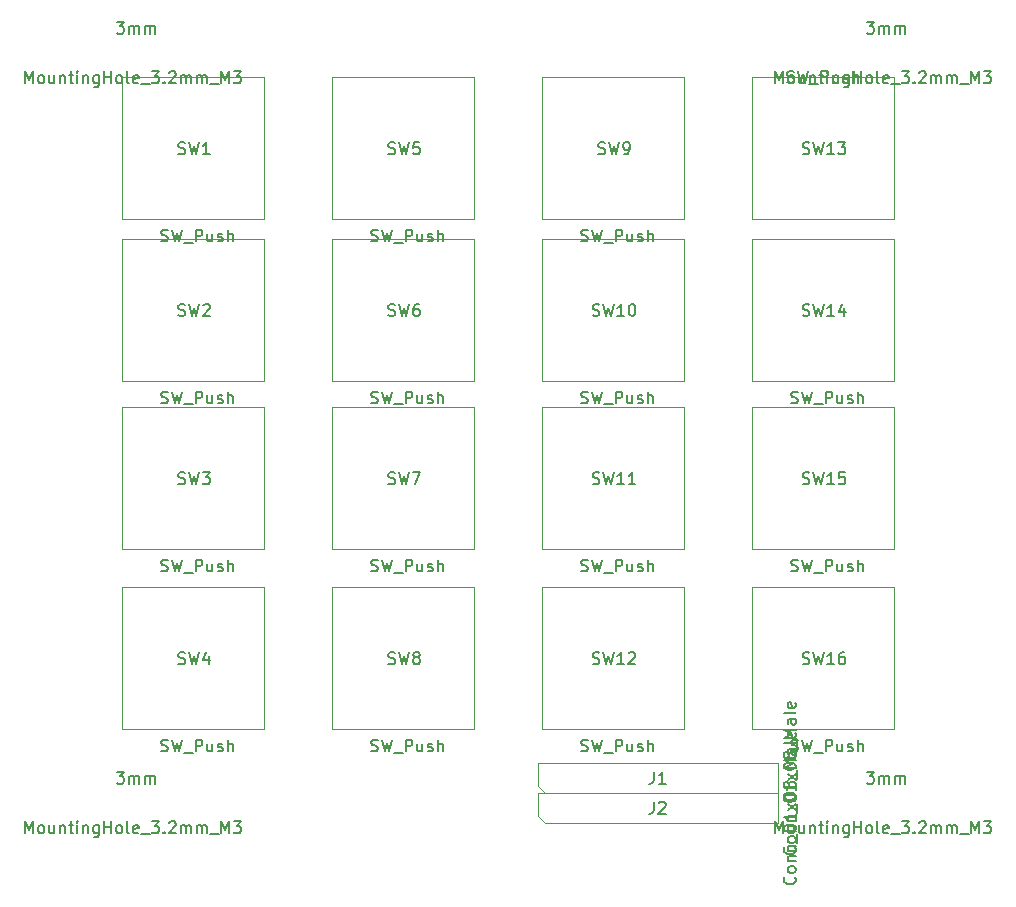
<source format=gbr>
%TF.GenerationSoftware,KiCad,Pcbnew,(6.0.1)*%
%TF.CreationDate,2022-01-27T23:18:00+02:00*%
%TF.ProjectId,Keypadv1,4b657970-6164-4763-912e-6b696361645f,rev?*%
%TF.SameCoordinates,Original*%
%TF.FileFunction,AssemblyDrawing,Top*%
%FSLAX46Y46*%
G04 Gerber Fmt 4.6, Leading zero omitted, Abs format (unit mm)*
G04 Created by KiCad (PCBNEW (6.0.1)) date 2022-01-27 23:18:00*
%MOMM*%
%LPD*%
G01*
G04 APERTURE LIST*
%ADD10C,0.150000*%
%ADD11C,0.100000*%
G04 APERTURE END LIST*
D10*
%TO.C,SW5*%
X83692380Y-68794761D02*
X83835238Y-68842380D01*
X84073333Y-68842380D01*
X84168571Y-68794761D01*
X84216190Y-68747142D01*
X84263809Y-68651904D01*
X84263809Y-68556666D01*
X84216190Y-68461428D01*
X84168571Y-68413809D01*
X84073333Y-68366190D01*
X83882857Y-68318571D01*
X83787619Y-68270952D01*
X83740000Y-68223333D01*
X83692380Y-68128095D01*
X83692380Y-68032857D01*
X83740000Y-67937619D01*
X83787619Y-67890000D01*
X83882857Y-67842380D01*
X84120952Y-67842380D01*
X84263809Y-67890000D01*
X84597142Y-67842380D02*
X84835238Y-68842380D01*
X85025714Y-68128095D01*
X85216190Y-68842380D01*
X85454285Y-67842380D01*
X85597142Y-68937619D02*
X86359047Y-68937619D01*
X86597142Y-68842380D02*
X86597142Y-67842380D01*
X86978095Y-67842380D01*
X87073333Y-67890000D01*
X87120952Y-67937619D01*
X87168571Y-68032857D01*
X87168571Y-68175714D01*
X87120952Y-68270952D01*
X87073333Y-68318571D01*
X86978095Y-68366190D01*
X86597142Y-68366190D01*
X88025714Y-68175714D02*
X88025714Y-68842380D01*
X87597142Y-68175714D02*
X87597142Y-68699523D01*
X87644761Y-68794761D01*
X87740000Y-68842380D01*
X87882857Y-68842380D01*
X87978095Y-68794761D01*
X88025714Y-68747142D01*
X88454285Y-68794761D02*
X88549523Y-68842380D01*
X88740000Y-68842380D01*
X88835238Y-68794761D01*
X88882857Y-68699523D01*
X88882857Y-68651904D01*
X88835238Y-68556666D01*
X88740000Y-68509047D01*
X88597142Y-68509047D01*
X88501904Y-68461428D01*
X88454285Y-68366190D01*
X88454285Y-68318571D01*
X88501904Y-68223333D01*
X88597142Y-68175714D01*
X88740000Y-68175714D01*
X88835238Y-68223333D01*
X89311428Y-68842380D02*
X89311428Y-67842380D01*
X89740000Y-68842380D02*
X89740000Y-68318571D01*
X89692380Y-68223333D01*
X89597142Y-68175714D01*
X89454285Y-68175714D01*
X89359047Y-68223333D01*
X89311428Y-68270952D01*
X85136666Y-61404761D02*
X85279523Y-61452380D01*
X85517619Y-61452380D01*
X85612857Y-61404761D01*
X85660476Y-61357142D01*
X85708095Y-61261904D01*
X85708095Y-61166666D01*
X85660476Y-61071428D01*
X85612857Y-61023809D01*
X85517619Y-60976190D01*
X85327142Y-60928571D01*
X85231904Y-60880952D01*
X85184285Y-60833333D01*
X85136666Y-60738095D01*
X85136666Y-60642857D01*
X85184285Y-60547619D01*
X85231904Y-60500000D01*
X85327142Y-60452380D01*
X85565238Y-60452380D01*
X85708095Y-60500000D01*
X86041428Y-60452380D02*
X86279523Y-61452380D01*
X86470000Y-60738095D01*
X86660476Y-61452380D01*
X86898571Y-60452380D01*
X87755714Y-60452380D02*
X87279523Y-60452380D01*
X87231904Y-60928571D01*
X87279523Y-60880952D01*
X87374761Y-60833333D01*
X87612857Y-60833333D01*
X87708095Y-60880952D01*
X87755714Y-60928571D01*
X87803333Y-61023809D01*
X87803333Y-61261904D01*
X87755714Y-61357142D01*
X87708095Y-61404761D01*
X87612857Y-61452380D01*
X87374761Y-61452380D01*
X87279523Y-61404761D01*
X87231904Y-61357142D01*
%TO.C,SW2*%
X65912380Y-82504761D02*
X66055238Y-82552380D01*
X66293333Y-82552380D01*
X66388571Y-82504761D01*
X66436190Y-82457142D01*
X66483809Y-82361904D01*
X66483809Y-82266666D01*
X66436190Y-82171428D01*
X66388571Y-82123809D01*
X66293333Y-82076190D01*
X66102857Y-82028571D01*
X66007619Y-81980952D01*
X65960000Y-81933333D01*
X65912380Y-81838095D01*
X65912380Y-81742857D01*
X65960000Y-81647619D01*
X66007619Y-81600000D01*
X66102857Y-81552380D01*
X66340952Y-81552380D01*
X66483809Y-81600000D01*
X66817142Y-81552380D02*
X67055238Y-82552380D01*
X67245714Y-81838095D01*
X67436190Y-82552380D01*
X67674285Y-81552380D01*
X67817142Y-82647619D02*
X68579047Y-82647619D01*
X68817142Y-82552380D02*
X68817142Y-81552380D01*
X69198095Y-81552380D01*
X69293333Y-81600000D01*
X69340952Y-81647619D01*
X69388571Y-81742857D01*
X69388571Y-81885714D01*
X69340952Y-81980952D01*
X69293333Y-82028571D01*
X69198095Y-82076190D01*
X68817142Y-82076190D01*
X70245714Y-81885714D02*
X70245714Y-82552380D01*
X69817142Y-81885714D02*
X69817142Y-82409523D01*
X69864761Y-82504761D01*
X69960000Y-82552380D01*
X70102857Y-82552380D01*
X70198095Y-82504761D01*
X70245714Y-82457142D01*
X70674285Y-82504761D02*
X70769523Y-82552380D01*
X70960000Y-82552380D01*
X71055238Y-82504761D01*
X71102857Y-82409523D01*
X71102857Y-82361904D01*
X71055238Y-82266666D01*
X70960000Y-82219047D01*
X70817142Y-82219047D01*
X70721904Y-82171428D01*
X70674285Y-82076190D01*
X70674285Y-82028571D01*
X70721904Y-81933333D01*
X70817142Y-81885714D01*
X70960000Y-81885714D01*
X71055238Y-81933333D01*
X71531428Y-82552380D02*
X71531428Y-81552380D01*
X71960000Y-82552380D02*
X71960000Y-82028571D01*
X71912380Y-81933333D01*
X71817142Y-81885714D01*
X71674285Y-81885714D01*
X71579047Y-81933333D01*
X71531428Y-81980952D01*
X67356666Y-75114761D02*
X67499523Y-75162380D01*
X67737619Y-75162380D01*
X67832857Y-75114761D01*
X67880476Y-75067142D01*
X67928095Y-74971904D01*
X67928095Y-74876666D01*
X67880476Y-74781428D01*
X67832857Y-74733809D01*
X67737619Y-74686190D01*
X67547142Y-74638571D01*
X67451904Y-74590952D01*
X67404285Y-74543333D01*
X67356666Y-74448095D01*
X67356666Y-74352857D01*
X67404285Y-74257619D01*
X67451904Y-74210000D01*
X67547142Y-74162380D01*
X67785238Y-74162380D01*
X67928095Y-74210000D01*
X68261428Y-74162380D02*
X68499523Y-75162380D01*
X68690000Y-74448095D01*
X68880476Y-75162380D01*
X69118571Y-74162380D01*
X69451904Y-74257619D02*
X69499523Y-74210000D01*
X69594761Y-74162380D01*
X69832857Y-74162380D01*
X69928095Y-74210000D01*
X69975714Y-74257619D01*
X70023333Y-74352857D01*
X70023333Y-74448095D01*
X69975714Y-74590952D01*
X69404285Y-75162380D01*
X70023333Y-75162380D01*
%TO.C,SW4*%
X65912380Y-111974761D02*
X66055238Y-112022380D01*
X66293333Y-112022380D01*
X66388571Y-111974761D01*
X66436190Y-111927142D01*
X66483809Y-111831904D01*
X66483809Y-111736666D01*
X66436190Y-111641428D01*
X66388571Y-111593809D01*
X66293333Y-111546190D01*
X66102857Y-111498571D01*
X66007619Y-111450952D01*
X65960000Y-111403333D01*
X65912380Y-111308095D01*
X65912380Y-111212857D01*
X65960000Y-111117619D01*
X66007619Y-111070000D01*
X66102857Y-111022380D01*
X66340952Y-111022380D01*
X66483809Y-111070000D01*
X66817142Y-111022380D02*
X67055238Y-112022380D01*
X67245714Y-111308095D01*
X67436190Y-112022380D01*
X67674285Y-111022380D01*
X67817142Y-112117619D02*
X68579047Y-112117619D01*
X68817142Y-112022380D02*
X68817142Y-111022380D01*
X69198095Y-111022380D01*
X69293333Y-111070000D01*
X69340952Y-111117619D01*
X69388571Y-111212857D01*
X69388571Y-111355714D01*
X69340952Y-111450952D01*
X69293333Y-111498571D01*
X69198095Y-111546190D01*
X68817142Y-111546190D01*
X70245714Y-111355714D02*
X70245714Y-112022380D01*
X69817142Y-111355714D02*
X69817142Y-111879523D01*
X69864761Y-111974761D01*
X69960000Y-112022380D01*
X70102857Y-112022380D01*
X70198095Y-111974761D01*
X70245714Y-111927142D01*
X70674285Y-111974761D02*
X70769523Y-112022380D01*
X70960000Y-112022380D01*
X71055238Y-111974761D01*
X71102857Y-111879523D01*
X71102857Y-111831904D01*
X71055238Y-111736666D01*
X70960000Y-111689047D01*
X70817142Y-111689047D01*
X70721904Y-111641428D01*
X70674285Y-111546190D01*
X70674285Y-111498571D01*
X70721904Y-111403333D01*
X70817142Y-111355714D01*
X70960000Y-111355714D01*
X71055238Y-111403333D01*
X71531428Y-112022380D02*
X71531428Y-111022380D01*
X71960000Y-112022380D02*
X71960000Y-111498571D01*
X71912380Y-111403333D01*
X71817142Y-111355714D01*
X71674285Y-111355714D01*
X71579047Y-111403333D01*
X71531428Y-111450952D01*
X67356666Y-104584761D02*
X67499523Y-104632380D01*
X67737619Y-104632380D01*
X67832857Y-104584761D01*
X67880476Y-104537142D01*
X67928095Y-104441904D01*
X67928095Y-104346666D01*
X67880476Y-104251428D01*
X67832857Y-104203809D01*
X67737619Y-104156190D01*
X67547142Y-104108571D01*
X67451904Y-104060952D01*
X67404285Y-104013333D01*
X67356666Y-103918095D01*
X67356666Y-103822857D01*
X67404285Y-103727619D01*
X67451904Y-103680000D01*
X67547142Y-103632380D01*
X67785238Y-103632380D01*
X67928095Y-103680000D01*
X68261428Y-103632380D02*
X68499523Y-104632380D01*
X68690000Y-103918095D01*
X68880476Y-104632380D01*
X69118571Y-103632380D01*
X69928095Y-103965714D02*
X69928095Y-104632380D01*
X69690000Y-103584761D02*
X69451904Y-104299047D01*
X70070952Y-104299047D01*
%TO.C,SW6*%
X83692380Y-82504761D02*
X83835238Y-82552380D01*
X84073333Y-82552380D01*
X84168571Y-82504761D01*
X84216190Y-82457142D01*
X84263809Y-82361904D01*
X84263809Y-82266666D01*
X84216190Y-82171428D01*
X84168571Y-82123809D01*
X84073333Y-82076190D01*
X83882857Y-82028571D01*
X83787619Y-81980952D01*
X83740000Y-81933333D01*
X83692380Y-81838095D01*
X83692380Y-81742857D01*
X83740000Y-81647619D01*
X83787619Y-81600000D01*
X83882857Y-81552380D01*
X84120952Y-81552380D01*
X84263809Y-81600000D01*
X84597142Y-81552380D02*
X84835238Y-82552380D01*
X85025714Y-81838095D01*
X85216190Y-82552380D01*
X85454285Y-81552380D01*
X85597142Y-82647619D02*
X86359047Y-82647619D01*
X86597142Y-82552380D02*
X86597142Y-81552380D01*
X86978095Y-81552380D01*
X87073333Y-81600000D01*
X87120952Y-81647619D01*
X87168571Y-81742857D01*
X87168571Y-81885714D01*
X87120952Y-81980952D01*
X87073333Y-82028571D01*
X86978095Y-82076190D01*
X86597142Y-82076190D01*
X88025714Y-81885714D02*
X88025714Y-82552380D01*
X87597142Y-81885714D02*
X87597142Y-82409523D01*
X87644761Y-82504761D01*
X87740000Y-82552380D01*
X87882857Y-82552380D01*
X87978095Y-82504761D01*
X88025714Y-82457142D01*
X88454285Y-82504761D02*
X88549523Y-82552380D01*
X88740000Y-82552380D01*
X88835238Y-82504761D01*
X88882857Y-82409523D01*
X88882857Y-82361904D01*
X88835238Y-82266666D01*
X88740000Y-82219047D01*
X88597142Y-82219047D01*
X88501904Y-82171428D01*
X88454285Y-82076190D01*
X88454285Y-82028571D01*
X88501904Y-81933333D01*
X88597142Y-81885714D01*
X88740000Y-81885714D01*
X88835238Y-81933333D01*
X89311428Y-82552380D02*
X89311428Y-81552380D01*
X89740000Y-82552380D02*
X89740000Y-82028571D01*
X89692380Y-81933333D01*
X89597142Y-81885714D01*
X89454285Y-81885714D01*
X89359047Y-81933333D01*
X89311428Y-81980952D01*
X85136666Y-75114761D02*
X85279523Y-75162380D01*
X85517619Y-75162380D01*
X85612857Y-75114761D01*
X85660476Y-75067142D01*
X85708095Y-74971904D01*
X85708095Y-74876666D01*
X85660476Y-74781428D01*
X85612857Y-74733809D01*
X85517619Y-74686190D01*
X85327142Y-74638571D01*
X85231904Y-74590952D01*
X85184285Y-74543333D01*
X85136666Y-74448095D01*
X85136666Y-74352857D01*
X85184285Y-74257619D01*
X85231904Y-74210000D01*
X85327142Y-74162380D01*
X85565238Y-74162380D01*
X85708095Y-74210000D01*
X86041428Y-74162380D02*
X86279523Y-75162380D01*
X86470000Y-74448095D01*
X86660476Y-75162380D01*
X86898571Y-74162380D01*
X87708095Y-74162380D02*
X87517619Y-74162380D01*
X87422380Y-74210000D01*
X87374761Y-74257619D01*
X87279523Y-74400476D01*
X87231904Y-74590952D01*
X87231904Y-74971904D01*
X87279523Y-75067142D01*
X87327142Y-75114761D01*
X87422380Y-75162380D01*
X87612857Y-75162380D01*
X87708095Y-75114761D01*
X87755714Y-75067142D01*
X87803333Y-74971904D01*
X87803333Y-74733809D01*
X87755714Y-74638571D01*
X87708095Y-74590952D01*
X87612857Y-74543333D01*
X87422380Y-74543333D01*
X87327142Y-74590952D01*
X87279523Y-74638571D01*
X87231904Y-74733809D01*
%TO.C,J2*%
X119527142Y-122673333D02*
X119574761Y-122720952D01*
X119622380Y-122863809D01*
X119622380Y-122959047D01*
X119574761Y-123101904D01*
X119479523Y-123197142D01*
X119384285Y-123244761D01*
X119193809Y-123292380D01*
X119050952Y-123292380D01*
X118860476Y-123244761D01*
X118765238Y-123197142D01*
X118670000Y-123101904D01*
X118622380Y-122959047D01*
X118622380Y-122863809D01*
X118670000Y-122720952D01*
X118717619Y-122673333D01*
X119622380Y-122101904D02*
X119574761Y-122197142D01*
X119527142Y-122244761D01*
X119431904Y-122292380D01*
X119146190Y-122292380D01*
X119050952Y-122244761D01*
X119003333Y-122197142D01*
X118955714Y-122101904D01*
X118955714Y-121959047D01*
X119003333Y-121863809D01*
X119050952Y-121816190D01*
X119146190Y-121768571D01*
X119431904Y-121768571D01*
X119527142Y-121816190D01*
X119574761Y-121863809D01*
X119622380Y-121959047D01*
X119622380Y-122101904D01*
X118955714Y-121340000D02*
X119622380Y-121340000D01*
X119050952Y-121340000D02*
X119003333Y-121292380D01*
X118955714Y-121197142D01*
X118955714Y-121054285D01*
X119003333Y-120959047D01*
X119098571Y-120911428D01*
X119622380Y-120911428D01*
X118955714Y-120435238D02*
X119622380Y-120435238D01*
X119050952Y-120435238D02*
X119003333Y-120387619D01*
X118955714Y-120292380D01*
X118955714Y-120149523D01*
X119003333Y-120054285D01*
X119098571Y-120006666D01*
X119622380Y-120006666D01*
X119717619Y-119768571D02*
X119717619Y-119006666D01*
X118622380Y-118578095D02*
X118622380Y-118482857D01*
X118670000Y-118387619D01*
X118717619Y-118340000D01*
X118812857Y-118292380D01*
X119003333Y-118244761D01*
X119241428Y-118244761D01*
X119431904Y-118292380D01*
X119527142Y-118340000D01*
X119574761Y-118387619D01*
X119622380Y-118482857D01*
X119622380Y-118578095D01*
X119574761Y-118673333D01*
X119527142Y-118720952D01*
X119431904Y-118768571D01*
X119241428Y-118816190D01*
X119003333Y-118816190D01*
X118812857Y-118768571D01*
X118717619Y-118720952D01*
X118670000Y-118673333D01*
X118622380Y-118578095D01*
X119622380Y-117292380D02*
X119622380Y-117863809D01*
X119622380Y-117578095D02*
X118622380Y-117578095D01*
X118765238Y-117673333D01*
X118860476Y-117768571D01*
X118908095Y-117863809D01*
X119622380Y-116959047D02*
X118955714Y-116435238D01*
X118955714Y-116959047D02*
X119622380Y-116435238D01*
X118622380Y-115863809D02*
X118622380Y-115768571D01*
X118670000Y-115673333D01*
X118717619Y-115625714D01*
X118812857Y-115578095D01*
X119003333Y-115530476D01*
X119241428Y-115530476D01*
X119431904Y-115578095D01*
X119527142Y-115625714D01*
X119574761Y-115673333D01*
X119622380Y-115768571D01*
X119622380Y-115863809D01*
X119574761Y-115959047D01*
X119527142Y-116006666D01*
X119431904Y-116054285D01*
X119241428Y-116101904D01*
X119003333Y-116101904D01*
X118812857Y-116054285D01*
X118717619Y-116006666D01*
X118670000Y-115959047D01*
X118622380Y-115863809D01*
X119050952Y-114959047D02*
X119003333Y-115054285D01*
X118955714Y-115101904D01*
X118860476Y-115149523D01*
X118812857Y-115149523D01*
X118717619Y-115101904D01*
X118670000Y-115054285D01*
X118622380Y-114959047D01*
X118622380Y-114768571D01*
X118670000Y-114673333D01*
X118717619Y-114625714D01*
X118812857Y-114578095D01*
X118860476Y-114578095D01*
X118955714Y-114625714D01*
X119003333Y-114673333D01*
X119050952Y-114768571D01*
X119050952Y-114959047D01*
X119098571Y-115054285D01*
X119146190Y-115101904D01*
X119241428Y-115149523D01*
X119431904Y-115149523D01*
X119527142Y-115101904D01*
X119574761Y-115054285D01*
X119622380Y-114959047D01*
X119622380Y-114768571D01*
X119574761Y-114673333D01*
X119527142Y-114625714D01*
X119431904Y-114578095D01*
X119241428Y-114578095D01*
X119146190Y-114625714D01*
X119098571Y-114673333D01*
X119050952Y-114768571D01*
X119717619Y-114387619D02*
X119717619Y-113625714D01*
X119622380Y-113387619D02*
X118622380Y-113387619D01*
X119336666Y-113054285D01*
X118622380Y-112720952D01*
X119622380Y-112720952D01*
X119622380Y-111816190D02*
X119098571Y-111816190D01*
X119003333Y-111863809D01*
X118955714Y-111959047D01*
X118955714Y-112149523D01*
X119003333Y-112244761D01*
X119574761Y-111816190D02*
X119622380Y-111911428D01*
X119622380Y-112149523D01*
X119574761Y-112244761D01*
X119479523Y-112292380D01*
X119384285Y-112292380D01*
X119289047Y-112244761D01*
X119241428Y-112149523D01*
X119241428Y-111911428D01*
X119193809Y-111816190D01*
X119622380Y-111197142D02*
X119574761Y-111292380D01*
X119479523Y-111340000D01*
X118622380Y-111340000D01*
X119574761Y-110435238D02*
X119622380Y-110530476D01*
X119622380Y-110720952D01*
X119574761Y-110816190D01*
X119479523Y-110863809D01*
X119098571Y-110863809D01*
X119003333Y-110816190D01*
X118955714Y-110720952D01*
X118955714Y-110530476D01*
X119003333Y-110435238D01*
X119098571Y-110387619D01*
X119193809Y-110387619D01*
X119289047Y-110863809D01*
X107616666Y-116292380D02*
X107616666Y-117006666D01*
X107569047Y-117149523D01*
X107473809Y-117244761D01*
X107330952Y-117292380D01*
X107235714Y-117292380D01*
X108045238Y-116387619D02*
X108092857Y-116340000D01*
X108188095Y-116292380D01*
X108426190Y-116292380D01*
X108521428Y-116340000D01*
X108569047Y-116387619D01*
X108616666Y-116482857D01*
X108616666Y-116578095D01*
X108569047Y-116720952D01*
X107997619Y-117292380D01*
X108616666Y-117292380D01*
%TO.C,SW10*%
X101472380Y-82504761D02*
X101615238Y-82552380D01*
X101853333Y-82552380D01*
X101948571Y-82504761D01*
X101996190Y-82457142D01*
X102043809Y-82361904D01*
X102043809Y-82266666D01*
X101996190Y-82171428D01*
X101948571Y-82123809D01*
X101853333Y-82076190D01*
X101662857Y-82028571D01*
X101567619Y-81980952D01*
X101520000Y-81933333D01*
X101472380Y-81838095D01*
X101472380Y-81742857D01*
X101520000Y-81647619D01*
X101567619Y-81600000D01*
X101662857Y-81552380D01*
X101900952Y-81552380D01*
X102043809Y-81600000D01*
X102377142Y-81552380D02*
X102615238Y-82552380D01*
X102805714Y-81838095D01*
X102996190Y-82552380D01*
X103234285Y-81552380D01*
X103377142Y-82647619D02*
X104139047Y-82647619D01*
X104377142Y-82552380D02*
X104377142Y-81552380D01*
X104758095Y-81552380D01*
X104853333Y-81600000D01*
X104900952Y-81647619D01*
X104948571Y-81742857D01*
X104948571Y-81885714D01*
X104900952Y-81980952D01*
X104853333Y-82028571D01*
X104758095Y-82076190D01*
X104377142Y-82076190D01*
X105805714Y-81885714D02*
X105805714Y-82552380D01*
X105377142Y-81885714D02*
X105377142Y-82409523D01*
X105424761Y-82504761D01*
X105520000Y-82552380D01*
X105662857Y-82552380D01*
X105758095Y-82504761D01*
X105805714Y-82457142D01*
X106234285Y-82504761D02*
X106329523Y-82552380D01*
X106520000Y-82552380D01*
X106615238Y-82504761D01*
X106662857Y-82409523D01*
X106662857Y-82361904D01*
X106615238Y-82266666D01*
X106520000Y-82219047D01*
X106377142Y-82219047D01*
X106281904Y-82171428D01*
X106234285Y-82076190D01*
X106234285Y-82028571D01*
X106281904Y-81933333D01*
X106377142Y-81885714D01*
X106520000Y-81885714D01*
X106615238Y-81933333D01*
X107091428Y-82552380D02*
X107091428Y-81552380D01*
X107520000Y-82552380D02*
X107520000Y-82028571D01*
X107472380Y-81933333D01*
X107377142Y-81885714D01*
X107234285Y-81885714D01*
X107139047Y-81933333D01*
X107091428Y-81980952D01*
X102440476Y-75114761D02*
X102583333Y-75162380D01*
X102821428Y-75162380D01*
X102916666Y-75114761D01*
X102964285Y-75067142D01*
X103011904Y-74971904D01*
X103011904Y-74876666D01*
X102964285Y-74781428D01*
X102916666Y-74733809D01*
X102821428Y-74686190D01*
X102630952Y-74638571D01*
X102535714Y-74590952D01*
X102488095Y-74543333D01*
X102440476Y-74448095D01*
X102440476Y-74352857D01*
X102488095Y-74257619D01*
X102535714Y-74210000D01*
X102630952Y-74162380D01*
X102869047Y-74162380D01*
X103011904Y-74210000D01*
X103345238Y-74162380D02*
X103583333Y-75162380D01*
X103773809Y-74448095D01*
X103964285Y-75162380D01*
X104202380Y-74162380D01*
X105107142Y-75162380D02*
X104535714Y-75162380D01*
X104821428Y-75162380D02*
X104821428Y-74162380D01*
X104726190Y-74305238D01*
X104630952Y-74400476D01*
X104535714Y-74448095D01*
X105726190Y-74162380D02*
X105821428Y-74162380D01*
X105916666Y-74210000D01*
X105964285Y-74257619D01*
X106011904Y-74352857D01*
X106059523Y-74543333D01*
X106059523Y-74781428D01*
X106011904Y-74971904D01*
X105964285Y-75067142D01*
X105916666Y-75114761D01*
X105821428Y-75162380D01*
X105726190Y-75162380D01*
X105630952Y-75114761D01*
X105583333Y-75067142D01*
X105535714Y-74971904D01*
X105488095Y-74781428D01*
X105488095Y-74543333D01*
X105535714Y-74352857D01*
X105583333Y-74257619D01*
X105630952Y-74210000D01*
X105726190Y-74162380D01*
%TO.C,3mm*%
X117880952Y-118952380D02*
X117880952Y-117952380D01*
X118214285Y-118666666D01*
X118547619Y-117952380D01*
X118547619Y-118952380D01*
X119166666Y-118952380D02*
X119071428Y-118904761D01*
X119023809Y-118857142D01*
X118976190Y-118761904D01*
X118976190Y-118476190D01*
X119023809Y-118380952D01*
X119071428Y-118333333D01*
X119166666Y-118285714D01*
X119309523Y-118285714D01*
X119404761Y-118333333D01*
X119452380Y-118380952D01*
X119499999Y-118476190D01*
X119499999Y-118761904D01*
X119452380Y-118857142D01*
X119404761Y-118904761D01*
X119309523Y-118952380D01*
X119166666Y-118952380D01*
X120357142Y-118285714D02*
X120357142Y-118952380D01*
X119928571Y-118285714D02*
X119928571Y-118809523D01*
X119976190Y-118904761D01*
X120071428Y-118952380D01*
X120214285Y-118952380D01*
X120309523Y-118904761D01*
X120357142Y-118857142D01*
X120833333Y-118285714D02*
X120833333Y-118952380D01*
X120833333Y-118380952D02*
X120880952Y-118333333D01*
X120976190Y-118285714D01*
X121119047Y-118285714D01*
X121214285Y-118333333D01*
X121261904Y-118428571D01*
X121261904Y-118952380D01*
X121595238Y-118285714D02*
X121976190Y-118285714D01*
X121738095Y-117952380D02*
X121738095Y-118809523D01*
X121785714Y-118904761D01*
X121880952Y-118952380D01*
X121976190Y-118952380D01*
X122309523Y-118952380D02*
X122309523Y-118285714D01*
X122309523Y-117952380D02*
X122261904Y-118000000D01*
X122309523Y-118047619D01*
X122357142Y-118000000D01*
X122309523Y-117952380D01*
X122309523Y-118047619D01*
X122785714Y-118285714D02*
X122785714Y-118952380D01*
X122785714Y-118380952D02*
X122833333Y-118333333D01*
X122928571Y-118285714D01*
X123071428Y-118285714D01*
X123166666Y-118333333D01*
X123214285Y-118428571D01*
X123214285Y-118952380D01*
X124119047Y-118285714D02*
X124119047Y-119095238D01*
X124071428Y-119190476D01*
X124023809Y-119238095D01*
X123928571Y-119285714D01*
X123785714Y-119285714D01*
X123690476Y-119238095D01*
X124119047Y-118904761D02*
X124023809Y-118952380D01*
X123833333Y-118952380D01*
X123738095Y-118904761D01*
X123690476Y-118857142D01*
X123642857Y-118761904D01*
X123642857Y-118476190D01*
X123690476Y-118380952D01*
X123738095Y-118333333D01*
X123833333Y-118285714D01*
X124023809Y-118285714D01*
X124119047Y-118333333D01*
X124595238Y-118952380D02*
X124595238Y-117952380D01*
X124595238Y-118428571D02*
X125166666Y-118428571D01*
X125166666Y-118952380D02*
X125166666Y-117952380D01*
X125785714Y-118952380D02*
X125690476Y-118904761D01*
X125642857Y-118857142D01*
X125595238Y-118761904D01*
X125595238Y-118476190D01*
X125642857Y-118380952D01*
X125690476Y-118333333D01*
X125785714Y-118285714D01*
X125928571Y-118285714D01*
X126023809Y-118333333D01*
X126071428Y-118380952D01*
X126119047Y-118476190D01*
X126119047Y-118761904D01*
X126071428Y-118857142D01*
X126023809Y-118904761D01*
X125928571Y-118952380D01*
X125785714Y-118952380D01*
X126690476Y-118952380D02*
X126595238Y-118904761D01*
X126547619Y-118809523D01*
X126547619Y-117952380D01*
X127452380Y-118904761D02*
X127357142Y-118952380D01*
X127166666Y-118952380D01*
X127071428Y-118904761D01*
X127023809Y-118809523D01*
X127023809Y-118428571D01*
X127071428Y-118333333D01*
X127166666Y-118285714D01*
X127357142Y-118285714D01*
X127452380Y-118333333D01*
X127499999Y-118428571D01*
X127499999Y-118523809D01*
X127023809Y-118619047D01*
X127690476Y-119047619D02*
X128452380Y-119047619D01*
X128595238Y-117952380D02*
X129214285Y-117952380D01*
X128880952Y-118333333D01*
X129023809Y-118333333D01*
X129119047Y-118380952D01*
X129166666Y-118428571D01*
X129214285Y-118523809D01*
X129214285Y-118761904D01*
X129166666Y-118857142D01*
X129119047Y-118904761D01*
X129023809Y-118952380D01*
X128738095Y-118952380D01*
X128642857Y-118904761D01*
X128595238Y-118857142D01*
X129642857Y-118857142D02*
X129690476Y-118904761D01*
X129642857Y-118952380D01*
X129595238Y-118904761D01*
X129642857Y-118857142D01*
X129642857Y-118952380D01*
X130071428Y-118047619D02*
X130119047Y-118000000D01*
X130214285Y-117952380D01*
X130452380Y-117952380D01*
X130547619Y-118000000D01*
X130595238Y-118047619D01*
X130642857Y-118142857D01*
X130642857Y-118238095D01*
X130595238Y-118380952D01*
X130023809Y-118952380D01*
X130642857Y-118952380D01*
X131071428Y-118952380D02*
X131071428Y-118285714D01*
X131071428Y-118380952D02*
X131119047Y-118333333D01*
X131214285Y-118285714D01*
X131357142Y-118285714D01*
X131452380Y-118333333D01*
X131499999Y-118428571D01*
X131499999Y-118952380D01*
X131499999Y-118428571D02*
X131547619Y-118333333D01*
X131642857Y-118285714D01*
X131785714Y-118285714D01*
X131880952Y-118333333D01*
X131928571Y-118428571D01*
X131928571Y-118952380D01*
X132404761Y-118952380D02*
X132404761Y-118285714D01*
X132404761Y-118380952D02*
X132452380Y-118333333D01*
X132547619Y-118285714D01*
X132690476Y-118285714D01*
X132785714Y-118333333D01*
X132833333Y-118428571D01*
X132833333Y-118952380D01*
X132833333Y-118428571D02*
X132880952Y-118333333D01*
X132976190Y-118285714D01*
X133119047Y-118285714D01*
X133214285Y-118333333D01*
X133261904Y-118428571D01*
X133261904Y-118952380D01*
X133499999Y-119047619D02*
X134261904Y-119047619D01*
X134500000Y-118952380D02*
X134500000Y-117952380D01*
X134833333Y-118666666D01*
X135166666Y-117952380D01*
X135166666Y-118952380D01*
X135547619Y-117952380D02*
X136166666Y-117952380D01*
X135833333Y-118333333D01*
X135976190Y-118333333D01*
X136071428Y-118380952D01*
X136119047Y-118428571D01*
X136166666Y-118523809D01*
X136166666Y-118761904D01*
X136119047Y-118857142D01*
X136071428Y-118904761D01*
X135976190Y-118952380D01*
X135690476Y-118952380D01*
X135595238Y-118904761D01*
X135547619Y-118857142D01*
X125633333Y-113752380D02*
X126252380Y-113752380D01*
X125919047Y-114133333D01*
X126061904Y-114133333D01*
X126157142Y-114180952D01*
X126204761Y-114228571D01*
X126252380Y-114323809D01*
X126252380Y-114561904D01*
X126204761Y-114657142D01*
X126157142Y-114704761D01*
X126061904Y-114752380D01*
X125776190Y-114752380D01*
X125680952Y-114704761D01*
X125633333Y-114657142D01*
X126680952Y-114752380D02*
X126680952Y-114085714D01*
X126680952Y-114180952D02*
X126728571Y-114133333D01*
X126823809Y-114085714D01*
X126966666Y-114085714D01*
X127061904Y-114133333D01*
X127109523Y-114228571D01*
X127109523Y-114752380D01*
X127109523Y-114228571D02*
X127157142Y-114133333D01*
X127252380Y-114085714D01*
X127395238Y-114085714D01*
X127490476Y-114133333D01*
X127538095Y-114228571D01*
X127538095Y-114752380D01*
X128014285Y-114752380D02*
X128014285Y-114085714D01*
X128014285Y-114180952D02*
X128061904Y-114133333D01*
X128157142Y-114085714D01*
X128300000Y-114085714D01*
X128395238Y-114133333D01*
X128442857Y-114228571D01*
X128442857Y-114752380D01*
X128442857Y-114228571D02*
X128490476Y-114133333D01*
X128585714Y-114085714D01*
X128728571Y-114085714D01*
X128823809Y-114133333D01*
X128871428Y-114228571D01*
X128871428Y-114752380D01*
%TO.C,SW1*%
X65912380Y-68794761D02*
X66055238Y-68842380D01*
X66293333Y-68842380D01*
X66388571Y-68794761D01*
X66436190Y-68747142D01*
X66483809Y-68651904D01*
X66483809Y-68556666D01*
X66436190Y-68461428D01*
X66388571Y-68413809D01*
X66293333Y-68366190D01*
X66102857Y-68318571D01*
X66007619Y-68270952D01*
X65960000Y-68223333D01*
X65912380Y-68128095D01*
X65912380Y-68032857D01*
X65960000Y-67937619D01*
X66007619Y-67890000D01*
X66102857Y-67842380D01*
X66340952Y-67842380D01*
X66483809Y-67890000D01*
X66817142Y-67842380D02*
X67055238Y-68842380D01*
X67245714Y-68128095D01*
X67436190Y-68842380D01*
X67674285Y-67842380D01*
X67817142Y-68937619D02*
X68579047Y-68937619D01*
X68817142Y-68842380D02*
X68817142Y-67842380D01*
X69198095Y-67842380D01*
X69293333Y-67890000D01*
X69340952Y-67937619D01*
X69388571Y-68032857D01*
X69388571Y-68175714D01*
X69340952Y-68270952D01*
X69293333Y-68318571D01*
X69198095Y-68366190D01*
X68817142Y-68366190D01*
X70245714Y-68175714D02*
X70245714Y-68842380D01*
X69817142Y-68175714D02*
X69817142Y-68699523D01*
X69864761Y-68794761D01*
X69960000Y-68842380D01*
X70102857Y-68842380D01*
X70198095Y-68794761D01*
X70245714Y-68747142D01*
X70674285Y-68794761D02*
X70769523Y-68842380D01*
X70960000Y-68842380D01*
X71055238Y-68794761D01*
X71102857Y-68699523D01*
X71102857Y-68651904D01*
X71055238Y-68556666D01*
X70960000Y-68509047D01*
X70817142Y-68509047D01*
X70721904Y-68461428D01*
X70674285Y-68366190D01*
X70674285Y-68318571D01*
X70721904Y-68223333D01*
X70817142Y-68175714D01*
X70960000Y-68175714D01*
X71055238Y-68223333D01*
X71531428Y-68842380D02*
X71531428Y-67842380D01*
X71960000Y-68842380D02*
X71960000Y-68318571D01*
X71912380Y-68223333D01*
X71817142Y-68175714D01*
X71674285Y-68175714D01*
X71579047Y-68223333D01*
X71531428Y-68270952D01*
X67356666Y-61404761D02*
X67499523Y-61452380D01*
X67737619Y-61452380D01*
X67832857Y-61404761D01*
X67880476Y-61357142D01*
X67928095Y-61261904D01*
X67928095Y-61166666D01*
X67880476Y-61071428D01*
X67832857Y-61023809D01*
X67737619Y-60976190D01*
X67547142Y-60928571D01*
X67451904Y-60880952D01*
X67404285Y-60833333D01*
X67356666Y-60738095D01*
X67356666Y-60642857D01*
X67404285Y-60547619D01*
X67451904Y-60500000D01*
X67547142Y-60452380D01*
X67785238Y-60452380D01*
X67928095Y-60500000D01*
X68261428Y-60452380D02*
X68499523Y-61452380D01*
X68690000Y-60738095D01*
X68880476Y-61452380D01*
X69118571Y-60452380D01*
X70023333Y-61452380D02*
X69451904Y-61452380D01*
X69737619Y-61452380D02*
X69737619Y-60452380D01*
X69642380Y-60595238D01*
X69547142Y-60690476D01*
X69451904Y-60738095D01*
%TO.C,SW11*%
X101472380Y-96734761D02*
X101615238Y-96782380D01*
X101853333Y-96782380D01*
X101948571Y-96734761D01*
X101996190Y-96687142D01*
X102043809Y-96591904D01*
X102043809Y-96496666D01*
X101996190Y-96401428D01*
X101948571Y-96353809D01*
X101853333Y-96306190D01*
X101662857Y-96258571D01*
X101567619Y-96210952D01*
X101520000Y-96163333D01*
X101472380Y-96068095D01*
X101472380Y-95972857D01*
X101520000Y-95877619D01*
X101567619Y-95830000D01*
X101662857Y-95782380D01*
X101900952Y-95782380D01*
X102043809Y-95830000D01*
X102377142Y-95782380D02*
X102615238Y-96782380D01*
X102805714Y-96068095D01*
X102996190Y-96782380D01*
X103234285Y-95782380D01*
X103377142Y-96877619D02*
X104139047Y-96877619D01*
X104377142Y-96782380D02*
X104377142Y-95782380D01*
X104758095Y-95782380D01*
X104853333Y-95830000D01*
X104900952Y-95877619D01*
X104948571Y-95972857D01*
X104948571Y-96115714D01*
X104900952Y-96210952D01*
X104853333Y-96258571D01*
X104758095Y-96306190D01*
X104377142Y-96306190D01*
X105805714Y-96115714D02*
X105805714Y-96782380D01*
X105377142Y-96115714D02*
X105377142Y-96639523D01*
X105424761Y-96734761D01*
X105520000Y-96782380D01*
X105662857Y-96782380D01*
X105758095Y-96734761D01*
X105805714Y-96687142D01*
X106234285Y-96734761D02*
X106329523Y-96782380D01*
X106520000Y-96782380D01*
X106615238Y-96734761D01*
X106662857Y-96639523D01*
X106662857Y-96591904D01*
X106615238Y-96496666D01*
X106520000Y-96449047D01*
X106377142Y-96449047D01*
X106281904Y-96401428D01*
X106234285Y-96306190D01*
X106234285Y-96258571D01*
X106281904Y-96163333D01*
X106377142Y-96115714D01*
X106520000Y-96115714D01*
X106615238Y-96163333D01*
X107091428Y-96782380D02*
X107091428Y-95782380D01*
X107520000Y-96782380D02*
X107520000Y-96258571D01*
X107472380Y-96163333D01*
X107377142Y-96115714D01*
X107234285Y-96115714D01*
X107139047Y-96163333D01*
X107091428Y-96210952D01*
X102440476Y-89344761D02*
X102583333Y-89392380D01*
X102821428Y-89392380D01*
X102916666Y-89344761D01*
X102964285Y-89297142D01*
X103011904Y-89201904D01*
X103011904Y-89106666D01*
X102964285Y-89011428D01*
X102916666Y-88963809D01*
X102821428Y-88916190D01*
X102630952Y-88868571D01*
X102535714Y-88820952D01*
X102488095Y-88773333D01*
X102440476Y-88678095D01*
X102440476Y-88582857D01*
X102488095Y-88487619D01*
X102535714Y-88440000D01*
X102630952Y-88392380D01*
X102869047Y-88392380D01*
X103011904Y-88440000D01*
X103345238Y-88392380D02*
X103583333Y-89392380D01*
X103773809Y-88678095D01*
X103964285Y-89392380D01*
X104202380Y-88392380D01*
X105107142Y-89392380D02*
X104535714Y-89392380D01*
X104821428Y-89392380D02*
X104821428Y-88392380D01*
X104726190Y-88535238D01*
X104630952Y-88630476D01*
X104535714Y-88678095D01*
X106059523Y-89392380D02*
X105488095Y-89392380D01*
X105773809Y-89392380D02*
X105773809Y-88392380D01*
X105678571Y-88535238D01*
X105583333Y-88630476D01*
X105488095Y-88678095D01*
%TO.C,SW15*%
X119252380Y-96734761D02*
X119395238Y-96782380D01*
X119633333Y-96782380D01*
X119728571Y-96734761D01*
X119776190Y-96687142D01*
X119823809Y-96591904D01*
X119823809Y-96496666D01*
X119776190Y-96401428D01*
X119728571Y-96353809D01*
X119633333Y-96306190D01*
X119442857Y-96258571D01*
X119347619Y-96210952D01*
X119300000Y-96163333D01*
X119252380Y-96068095D01*
X119252380Y-95972857D01*
X119300000Y-95877619D01*
X119347619Y-95830000D01*
X119442857Y-95782380D01*
X119680952Y-95782380D01*
X119823809Y-95830000D01*
X120157142Y-95782380D02*
X120395238Y-96782380D01*
X120585714Y-96068095D01*
X120776190Y-96782380D01*
X121014285Y-95782380D01*
X121157142Y-96877619D02*
X121919047Y-96877619D01*
X122157142Y-96782380D02*
X122157142Y-95782380D01*
X122538095Y-95782380D01*
X122633333Y-95830000D01*
X122680952Y-95877619D01*
X122728571Y-95972857D01*
X122728571Y-96115714D01*
X122680952Y-96210952D01*
X122633333Y-96258571D01*
X122538095Y-96306190D01*
X122157142Y-96306190D01*
X123585714Y-96115714D02*
X123585714Y-96782380D01*
X123157142Y-96115714D02*
X123157142Y-96639523D01*
X123204761Y-96734761D01*
X123300000Y-96782380D01*
X123442857Y-96782380D01*
X123538095Y-96734761D01*
X123585714Y-96687142D01*
X124014285Y-96734761D02*
X124109523Y-96782380D01*
X124300000Y-96782380D01*
X124395238Y-96734761D01*
X124442857Y-96639523D01*
X124442857Y-96591904D01*
X124395238Y-96496666D01*
X124300000Y-96449047D01*
X124157142Y-96449047D01*
X124061904Y-96401428D01*
X124014285Y-96306190D01*
X124014285Y-96258571D01*
X124061904Y-96163333D01*
X124157142Y-96115714D01*
X124300000Y-96115714D01*
X124395238Y-96163333D01*
X124871428Y-96782380D02*
X124871428Y-95782380D01*
X125300000Y-96782380D02*
X125300000Y-96258571D01*
X125252380Y-96163333D01*
X125157142Y-96115714D01*
X125014285Y-96115714D01*
X124919047Y-96163333D01*
X124871428Y-96210952D01*
X120220476Y-89344761D02*
X120363333Y-89392380D01*
X120601428Y-89392380D01*
X120696666Y-89344761D01*
X120744285Y-89297142D01*
X120791904Y-89201904D01*
X120791904Y-89106666D01*
X120744285Y-89011428D01*
X120696666Y-88963809D01*
X120601428Y-88916190D01*
X120410952Y-88868571D01*
X120315714Y-88820952D01*
X120268095Y-88773333D01*
X120220476Y-88678095D01*
X120220476Y-88582857D01*
X120268095Y-88487619D01*
X120315714Y-88440000D01*
X120410952Y-88392380D01*
X120649047Y-88392380D01*
X120791904Y-88440000D01*
X121125238Y-88392380D02*
X121363333Y-89392380D01*
X121553809Y-88678095D01*
X121744285Y-89392380D01*
X121982380Y-88392380D01*
X122887142Y-89392380D02*
X122315714Y-89392380D01*
X122601428Y-89392380D02*
X122601428Y-88392380D01*
X122506190Y-88535238D01*
X122410952Y-88630476D01*
X122315714Y-88678095D01*
X123791904Y-88392380D02*
X123315714Y-88392380D01*
X123268095Y-88868571D01*
X123315714Y-88820952D01*
X123410952Y-88773333D01*
X123649047Y-88773333D01*
X123744285Y-88820952D01*
X123791904Y-88868571D01*
X123839523Y-88963809D01*
X123839523Y-89201904D01*
X123791904Y-89297142D01*
X123744285Y-89344761D01*
X123649047Y-89392380D01*
X123410952Y-89392380D01*
X123315714Y-89344761D01*
X123268095Y-89297142D01*
%TO.C,SW12*%
X101472380Y-111974761D02*
X101615238Y-112022380D01*
X101853333Y-112022380D01*
X101948571Y-111974761D01*
X101996190Y-111927142D01*
X102043809Y-111831904D01*
X102043809Y-111736666D01*
X101996190Y-111641428D01*
X101948571Y-111593809D01*
X101853333Y-111546190D01*
X101662857Y-111498571D01*
X101567619Y-111450952D01*
X101520000Y-111403333D01*
X101472380Y-111308095D01*
X101472380Y-111212857D01*
X101520000Y-111117619D01*
X101567619Y-111070000D01*
X101662857Y-111022380D01*
X101900952Y-111022380D01*
X102043809Y-111070000D01*
X102377142Y-111022380D02*
X102615238Y-112022380D01*
X102805714Y-111308095D01*
X102996190Y-112022380D01*
X103234285Y-111022380D01*
X103377142Y-112117619D02*
X104139047Y-112117619D01*
X104377142Y-112022380D02*
X104377142Y-111022380D01*
X104758095Y-111022380D01*
X104853333Y-111070000D01*
X104900952Y-111117619D01*
X104948571Y-111212857D01*
X104948571Y-111355714D01*
X104900952Y-111450952D01*
X104853333Y-111498571D01*
X104758095Y-111546190D01*
X104377142Y-111546190D01*
X105805714Y-111355714D02*
X105805714Y-112022380D01*
X105377142Y-111355714D02*
X105377142Y-111879523D01*
X105424761Y-111974761D01*
X105520000Y-112022380D01*
X105662857Y-112022380D01*
X105758095Y-111974761D01*
X105805714Y-111927142D01*
X106234285Y-111974761D02*
X106329523Y-112022380D01*
X106520000Y-112022380D01*
X106615238Y-111974761D01*
X106662857Y-111879523D01*
X106662857Y-111831904D01*
X106615238Y-111736666D01*
X106520000Y-111689047D01*
X106377142Y-111689047D01*
X106281904Y-111641428D01*
X106234285Y-111546190D01*
X106234285Y-111498571D01*
X106281904Y-111403333D01*
X106377142Y-111355714D01*
X106520000Y-111355714D01*
X106615238Y-111403333D01*
X107091428Y-112022380D02*
X107091428Y-111022380D01*
X107520000Y-112022380D02*
X107520000Y-111498571D01*
X107472380Y-111403333D01*
X107377142Y-111355714D01*
X107234285Y-111355714D01*
X107139047Y-111403333D01*
X107091428Y-111450952D01*
X102440476Y-104584761D02*
X102583333Y-104632380D01*
X102821428Y-104632380D01*
X102916666Y-104584761D01*
X102964285Y-104537142D01*
X103011904Y-104441904D01*
X103011904Y-104346666D01*
X102964285Y-104251428D01*
X102916666Y-104203809D01*
X102821428Y-104156190D01*
X102630952Y-104108571D01*
X102535714Y-104060952D01*
X102488095Y-104013333D01*
X102440476Y-103918095D01*
X102440476Y-103822857D01*
X102488095Y-103727619D01*
X102535714Y-103680000D01*
X102630952Y-103632380D01*
X102869047Y-103632380D01*
X103011904Y-103680000D01*
X103345238Y-103632380D02*
X103583333Y-104632380D01*
X103773809Y-103918095D01*
X103964285Y-104632380D01*
X104202380Y-103632380D01*
X105107142Y-104632380D02*
X104535714Y-104632380D01*
X104821428Y-104632380D02*
X104821428Y-103632380D01*
X104726190Y-103775238D01*
X104630952Y-103870476D01*
X104535714Y-103918095D01*
X105488095Y-103727619D02*
X105535714Y-103680000D01*
X105630952Y-103632380D01*
X105869047Y-103632380D01*
X105964285Y-103680000D01*
X106011904Y-103727619D01*
X106059523Y-103822857D01*
X106059523Y-103918095D01*
X106011904Y-104060952D01*
X105440476Y-104632380D01*
X106059523Y-104632380D01*
%TO.C,SW8*%
X83692380Y-111974761D02*
X83835238Y-112022380D01*
X84073333Y-112022380D01*
X84168571Y-111974761D01*
X84216190Y-111927142D01*
X84263809Y-111831904D01*
X84263809Y-111736666D01*
X84216190Y-111641428D01*
X84168571Y-111593809D01*
X84073333Y-111546190D01*
X83882857Y-111498571D01*
X83787619Y-111450952D01*
X83740000Y-111403333D01*
X83692380Y-111308095D01*
X83692380Y-111212857D01*
X83740000Y-111117619D01*
X83787619Y-111070000D01*
X83882857Y-111022380D01*
X84120952Y-111022380D01*
X84263809Y-111070000D01*
X84597142Y-111022380D02*
X84835238Y-112022380D01*
X85025714Y-111308095D01*
X85216190Y-112022380D01*
X85454285Y-111022380D01*
X85597142Y-112117619D02*
X86359047Y-112117619D01*
X86597142Y-112022380D02*
X86597142Y-111022380D01*
X86978095Y-111022380D01*
X87073333Y-111070000D01*
X87120952Y-111117619D01*
X87168571Y-111212857D01*
X87168571Y-111355714D01*
X87120952Y-111450952D01*
X87073333Y-111498571D01*
X86978095Y-111546190D01*
X86597142Y-111546190D01*
X88025714Y-111355714D02*
X88025714Y-112022380D01*
X87597142Y-111355714D02*
X87597142Y-111879523D01*
X87644761Y-111974761D01*
X87740000Y-112022380D01*
X87882857Y-112022380D01*
X87978095Y-111974761D01*
X88025714Y-111927142D01*
X88454285Y-111974761D02*
X88549523Y-112022380D01*
X88740000Y-112022380D01*
X88835238Y-111974761D01*
X88882857Y-111879523D01*
X88882857Y-111831904D01*
X88835238Y-111736666D01*
X88740000Y-111689047D01*
X88597142Y-111689047D01*
X88501904Y-111641428D01*
X88454285Y-111546190D01*
X88454285Y-111498571D01*
X88501904Y-111403333D01*
X88597142Y-111355714D01*
X88740000Y-111355714D01*
X88835238Y-111403333D01*
X89311428Y-112022380D02*
X89311428Y-111022380D01*
X89740000Y-112022380D02*
X89740000Y-111498571D01*
X89692380Y-111403333D01*
X89597142Y-111355714D01*
X89454285Y-111355714D01*
X89359047Y-111403333D01*
X89311428Y-111450952D01*
X85136666Y-104584761D02*
X85279523Y-104632380D01*
X85517619Y-104632380D01*
X85612857Y-104584761D01*
X85660476Y-104537142D01*
X85708095Y-104441904D01*
X85708095Y-104346666D01*
X85660476Y-104251428D01*
X85612857Y-104203809D01*
X85517619Y-104156190D01*
X85327142Y-104108571D01*
X85231904Y-104060952D01*
X85184285Y-104013333D01*
X85136666Y-103918095D01*
X85136666Y-103822857D01*
X85184285Y-103727619D01*
X85231904Y-103680000D01*
X85327142Y-103632380D01*
X85565238Y-103632380D01*
X85708095Y-103680000D01*
X86041428Y-103632380D02*
X86279523Y-104632380D01*
X86470000Y-103918095D01*
X86660476Y-104632380D01*
X86898571Y-103632380D01*
X87422380Y-104060952D02*
X87327142Y-104013333D01*
X87279523Y-103965714D01*
X87231904Y-103870476D01*
X87231904Y-103822857D01*
X87279523Y-103727619D01*
X87327142Y-103680000D01*
X87422380Y-103632380D01*
X87612857Y-103632380D01*
X87708095Y-103680000D01*
X87755714Y-103727619D01*
X87803333Y-103822857D01*
X87803333Y-103870476D01*
X87755714Y-103965714D01*
X87708095Y-104013333D01*
X87612857Y-104060952D01*
X87422380Y-104060952D01*
X87327142Y-104108571D01*
X87279523Y-104156190D01*
X87231904Y-104251428D01*
X87231904Y-104441904D01*
X87279523Y-104537142D01*
X87327142Y-104584761D01*
X87422380Y-104632380D01*
X87612857Y-104632380D01*
X87708095Y-104584761D01*
X87755714Y-104537142D01*
X87803333Y-104441904D01*
X87803333Y-104251428D01*
X87755714Y-104156190D01*
X87708095Y-104108571D01*
X87612857Y-104060952D01*
%TO.C,3mm*%
X54380952Y-55452380D02*
X54380952Y-54452380D01*
X54714285Y-55166666D01*
X55047619Y-54452380D01*
X55047619Y-55452380D01*
X55666666Y-55452380D02*
X55571428Y-55404761D01*
X55523809Y-55357142D01*
X55476190Y-55261904D01*
X55476190Y-54976190D01*
X55523809Y-54880952D01*
X55571428Y-54833333D01*
X55666666Y-54785714D01*
X55809523Y-54785714D01*
X55904761Y-54833333D01*
X55952380Y-54880952D01*
X56000000Y-54976190D01*
X56000000Y-55261904D01*
X55952380Y-55357142D01*
X55904761Y-55404761D01*
X55809523Y-55452380D01*
X55666666Y-55452380D01*
X56857142Y-54785714D02*
X56857142Y-55452380D01*
X56428571Y-54785714D02*
X56428571Y-55309523D01*
X56476190Y-55404761D01*
X56571428Y-55452380D01*
X56714285Y-55452380D01*
X56809523Y-55404761D01*
X56857142Y-55357142D01*
X57333333Y-54785714D02*
X57333333Y-55452380D01*
X57333333Y-54880952D02*
X57380952Y-54833333D01*
X57476190Y-54785714D01*
X57619047Y-54785714D01*
X57714285Y-54833333D01*
X57761904Y-54928571D01*
X57761904Y-55452380D01*
X58095238Y-54785714D02*
X58476190Y-54785714D01*
X58238095Y-54452380D02*
X58238095Y-55309523D01*
X58285714Y-55404761D01*
X58380952Y-55452380D01*
X58476190Y-55452380D01*
X58809523Y-55452380D02*
X58809523Y-54785714D01*
X58809523Y-54452380D02*
X58761904Y-54500000D01*
X58809523Y-54547619D01*
X58857142Y-54500000D01*
X58809523Y-54452380D01*
X58809523Y-54547619D01*
X59285714Y-54785714D02*
X59285714Y-55452380D01*
X59285714Y-54880952D02*
X59333333Y-54833333D01*
X59428571Y-54785714D01*
X59571428Y-54785714D01*
X59666666Y-54833333D01*
X59714285Y-54928571D01*
X59714285Y-55452380D01*
X60619047Y-54785714D02*
X60619047Y-55595238D01*
X60571428Y-55690476D01*
X60523809Y-55738095D01*
X60428571Y-55785714D01*
X60285714Y-55785714D01*
X60190476Y-55738095D01*
X60619047Y-55404761D02*
X60523809Y-55452380D01*
X60333333Y-55452380D01*
X60238095Y-55404761D01*
X60190476Y-55357142D01*
X60142857Y-55261904D01*
X60142857Y-54976190D01*
X60190476Y-54880952D01*
X60238095Y-54833333D01*
X60333333Y-54785714D01*
X60523809Y-54785714D01*
X60619047Y-54833333D01*
X61095238Y-55452380D02*
X61095238Y-54452380D01*
X61095238Y-54928571D02*
X61666666Y-54928571D01*
X61666666Y-55452380D02*
X61666666Y-54452380D01*
X62285714Y-55452380D02*
X62190476Y-55404761D01*
X62142857Y-55357142D01*
X62095238Y-55261904D01*
X62095238Y-54976190D01*
X62142857Y-54880952D01*
X62190476Y-54833333D01*
X62285714Y-54785714D01*
X62428571Y-54785714D01*
X62523809Y-54833333D01*
X62571428Y-54880952D01*
X62619047Y-54976190D01*
X62619047Y-55261904D01*
X62571428Y-55357142D01*
X62523809Y-55404761D01*
X62428571Y-55452380D01*
X62285714Y-55452380D01*
X63190476Y-55452380D02*
X63095238Y-55404761D01*
X63047619Y-55309523D01*
X63047619Y-54452380D01*
X63952380Y-55404761D02*
X63857142Y-55452380D01*
X63666666Y-55452380D01*
X63571428Y-55404761D01*
X63523809Y-55309523D01*
X63523809Y-54928571D01*
X63571428Y-54833333D01*
X63666666Y-54785714D01*
X63857142Y-54785714D01*
X63952380Y-54833333D01*
X64000000Y-54928571D01*
X64000000Y-55023809D01*
X63523809Y-55119047D01*
X64190476Y-55547619D02*
X64952380Y-55547619D01*
X65095238Y-54452380D02*
X65714285Y-54452380D01*
X65380952Y-54833333D01*
X65523809Y-54833333D01*
X65619047Y-54880952D01*
X65666666Y-54928571D01*
X65714285Y-55023809D01*
X65714285Y-55261904D01*
X65666666Y-55357142D01*
X65619047Y-55404761D01*
X65523809Y-55452380D01*
X65238095Y-55452380D01*
X65142857Y-55404761D01*
X65095238Y-55357142D01*
X66142857Y-55357142D02*
X66190476Y-55404761D01*
X66142857Y-55452380D01*
X66095238Y-55404761D01*
X66142857Y-55357142D01*
X66142857Y-55452380D01*
X66571428Y-54547619D02*
X66619047Y-54500000D01*
X66714285Y-54452380D01*
X66952380Y-54452380D01*
X67047619Y-54500000D01*
X67095238Y-54547619D01*
X67142857Y-54642857D01*
X67142857Y-54738095D01*
X67095238Y-54880952D01*
X66523809Y-55452380D01*
X67142857Y-55452380D01*
X67571428Y-55452380D02*
X67571428Y-54785714D01*
X67571428Y-54880952D02*
X67619047Y-54833333D01*
X67714285Y-54785714D01*
X67857142Y-54785714D01*
X67952380Y-54833333D01*
X68000000Y-54928571D01*
X68000000Y-55452380D01*
X68000000Y-54928571D02*
X68047619Y-54833333D01*
X68142857Y-54785714D01*
X68285714Y-54785714D01*
X68380952Y-54833333D01*
X68428571Y-54928571D01*
X68428571Y-55452380D01*
X68904761Y-55452380D02*
X68904761Y-54785714D01*
X68904761Y-54880952D02*
X68952380Y-54833333D01*
X69047619Y-54785714D01*
X69190476Y-54785714D01*
X69285714Y-54833333D01*
X69333333Y-54928571D01*
X69333333Y-55452380D01*
X69333333Y-54928571D02*
X69380952Y-54833333D01*
X69476190Y-54785714D01*
X69619047Y-54785714D01*
X69714285Y-54833333D01*
X69761904Y-54928571D01*
X69761904Y-55452380D01*
X70000000Y-55547619D02*
X70761904Y-55547619D01*
X71000000Y-55452380D02*
X71000000Y-54452380D01*
X71333333Y-55166666D01*
X71666666Y-54452380D01*
X71666666Y-55452380D01*
X72047619Y-54452380D02*
X72666666Y-54452380D01*
X72333333Y-54833333D01*
X72476190Y-54833333D01*
X72571428Y-54880952D01*
X72619047Y-54928571D01*
X72666666Y-55023809D01*
X72666666Y-55261904D01*
X72619047Y-55357142D01*
X72571428Y-55404761D01*
X72476190Y-55452380D01*
X72190476Y-55452380D01*
X72095238Y-55404761D01*
X72047619Y-55357142D01*
X62133333Y-50252380D02*
X62752380Y-50252380D01*
X62419047Y-50633333D01*
X62561904Y-50633333D01*
X62657142Y-50680952D01*
X62704761Y-50728571D01*
X62752380Y-50823809D01*
X62752380Y-51061904D01*
X62704761Y-51157142D01*
X62657142Y-51204761D01*
X62561904Y-51252380D01*
X62276190Y-51252380D01*
X62180952Y-51204761D01*
X62133333Y-51157142D01*
X63180952Y-51252380D02*
X63180952Y-50585714D01*
X63180952Y-50680952D02*
X63228571Y-50633333D01*
X63323809Y-50585714D01*
X63466666Y-50585714D01*
X63561904Y-50633333D01*
X63609523Y-50728571D01*
X63609523Y-51252380D01*
X63609523Y-50728571D02*
X63657142Y-50633333D01*
X63752380Y-50585714D01*
X63895238Y-50585714D01*
X63990476Y-50633333D01*
X64038095Y-50728571D01*
X64038095Y-51252380D01*
X64514285Y-51252380D02*
X64514285Y-50585714D01*
X64514285Y-50680952D02*
X64561904Y-50633333D01*
X64657142Y-50585714D01*
X64800000Y-50585714D01*
X64895238Y-50633333D01*
X64942857Y-50728571D01*
X64942857Y-51252380D01*
X64942857Y-50728571D02*
X64990476Y-50633333D01*
X65085714Y-50585714D01*
X65228571Y-50585714D01*
X65323809Y-50633333D01*
X65371428Y-50728571D01*
X65371428Y-51252380D01*
%TO.C,J1*%
X119527142Y-120133333D02*
X119574761Y-120180952D01*
X119622380Y-120323809D01*
X119622380Y-120419047D01*
X119574761Y-120561904D01*
X119479523Y-120657142D01*
X119384285Y-120704761D01*
X119193809Y-120752380D01*
X119050952Y-120752380D01*
X118860476Y-120704761D01*
X118765238Y-120657142D01*
X118670000Y-120561904D01*
X118622380Y-120419047D01*
X118622380Y-120323809D01*
X118670000Y-120180952D01*
X118717619Y-120133333D01*
X119622380Y-119561904D02*
X119574761Y-119657142D01*
X119527142Y-119704761D01*
X119431904Y-119752380D01*
X119146190Y-119752380D01*
X119050952Y-119704761D01*
X119003333Y-119657142D01*
X118955714Y-119561904D01*
X118955714Y-119419047D01*
X119003333Y-119323809D01*
X119050952Y-119276190D01*
X119146190Y-119228571D01*
X119431904Y-119228571D01*
X119527142Y-119276190D01*
X119574761Y-119323809D01*
X119622380Y-119419047D01*
X119622380Y-119561904D01*
X118955714Y-118800000D02*
X119622380Y-118800000D01*
X119050952Y-118800000D02*
X119003333Y-118752380D01*
X118955714Y-118657142D01*
X118955714Y-118514285D01*
X119003333Y-118419047D01*
X119098571Y-118371428D01*
X119622380Y-118371428D01*
X118955714Y-117895238D02*
X119622380Y-117895238D01*
X119050952Y-117895238D02*
X119003333Y-117847619D01*
X118955714Y-117752380D01*
X118955714Y-117609523D01*
X119003333Y-117514285D01*
X119098571Y-117466666D01*
X119622380Y-117466666D01*
X119717619Y-117228571D02*
X119717619Y-116466666D01*
X118622380Y-116038095D02*
X118622380Y-115942857D01*
X118670000Y-115847619D01*
X118717619Y-115800000D01*
X118812857Y-115752380D01*
X119003333Y-115704761D01*
X119241428Y-115704761D01*
X119431904Y-115752380D01*
X119527142Y-115800000D01*
X119574761Y-115847619D01*
X119622380Y-115942857D01*
X119622380Y-116038095D01*
X119574761Y-116133333D01*
X119527142Y-116180952D01*
X119431904Y-116228571D01*
X119241428Y-116276190D01*
X119003333Y-116276190D01*
X118812857Y-116228571D01*
X118717619Y-116180952D01*
X118670000Y-116133333D01*
X118622380Y-116038095D01*
X119622380Y-114752380D02*
X119622380Y-115323809D01*
X119622380Y-115038095D02*
X118622380Y-115038095D01*
X118765238Y-115133333D01*
X118860476Y-115228571D01*
X118908095Y-115323809D01*
X119622380Y-114419047D02*
X118955714Y-113895238D01*
X118955714Y-114419047D02*
X119622380Y-113895238D01*
X118622380Y-113323809D02*
X118622380Y-113228571D01*
X118670000Y-113133333D01*
X118717619Y-113085714D01*
X118812857Y-113038095D01*
X119003333Y-112990476D01*
X119241428Y-112990476D01*
X119431904Y-113038095D01*
X119527142Y-113085714D01*
X119574761Y-113133333D01*
X119622380Y-113228571D01*
X119622380Y-113323809D01*
X119574761Y-113419047D01*
X119527142Y-113466666D01*
X119431904Y-113514285D01*
X119241428Y-113561904D01*
X119003333Y-113561904D01*
X118812857Y-113514285D01*
X118717619Y-113466666D01*
X118670000Y-113419047D01*
X118622380Y-113323809D01*
X119050952Y-112419047D02*
X119003333Y-112514285D01*
X118955714Y-112561904D01*
X118860476Y-112609523D01*
X118812857Y-112609523D01*
X118717619Y-112561904D01*
X118670000Y-112514285D01*
X118622380Y-112419047D01*
X118622380Y-112228571D01*
X118670000Y-112133333D01*
X118717619Y-112085714D01*
X118812857Y-112038095D01*
X118860476Y-112038095D01*
X118955714Y-112085714D01*
X119003333Y-112133333D01*
X119050952Y-112228571D01*
X119050952Y-112419047D01*
X119098571Y-112514285D01*
X119146190Y-112561904D01*
X119241428Y-112609523D01*
X119431904Y-112609523D01*
X119527142Y-112561904D01*
X119574761Y-112514285D01*
X119622380Y-112419047D01*
X119622380Y-112228571D01*
X119574761Y-112133333D01*
X119527142Y-112085714D01*
X119431904Y-112038095D01*
X119241428Y-112038095D01*
X119146190Y-112085714D01*
X119098571Y-112133333D01*
X119050952Y-112228571D01*
X119717619Y-111847619D02*
X119717619Y-111085714D01*
X119622380Y-110847619D02*
X118622380Y-110847619D01*
X119336666Y-110514285D01*
X118622380Y-110180952D01*
X119622380Y-110180952D01*
X119622380Y-109276190D02*
X119098571Y-109276190D01*
X119003333Y-109323809D01*
X118955714Y-109419047D01*
X118955714Y-109609523D01*
X119003333Y-109704761D01*
X119574761Y-109276190D02*
X119622380Y-109371428D01*
X119622380Y-109609523D01*
X119574761Y-109704761D01*
X119479523Y-109752380D01*
X119384285Y-109752380D01*
X119289047Y-109704761D01*
X119241428Y-109609523D01*
X119241428Y-109371428D01*
X119193809Y-109276190D01*
X119622380Y-108657142D02*
X119574761Y-108752380D01*
X119479523Y-108800000D01*
X118622380Y-108800000D01*
X119574761Y-107895238D02*
X119622380Y-107990476D01*
X119622380Y-108180952D01*
X119574761Y-108276190D01*
X119479523Y-108323809D01*
X119098571Y-108323809D01*
X119003333Y-108276190D01*
X118955714Y-108180952D01*
X118955714Y-107990476D01*
X119003333Y-107895238D01*
X119098571Y-107847619D01*
X119193809Y-107847619D01*
X119289047Y-108323809D01*
X107616666Y-113752380D02*
X107616666Y-114466666D01*
X107569047Y-114609523D01*
X107473809Y-114704761D01*
X107330952Y-114752380D01*
X107235714Y-114752380D01*
X108616666Y-114752380D02*
X108045238Y-114752380D01*
X108330952Y-114752380D02*
X108330952Y-113752380D01*
X108235714Y-113895238D01*
X108140476Y-113990476D01*
X108045238Y-114038095D01*
%TO.C,SW9*%
X101472380Y-68794761D02*
X101615238Y-68842380D01*
X101853333Y-68842380D01*
X101948571Y-68794761D01*
X101996190Y-68747142D01*
X102043809Y-68651904D01*
X102043809Y-68556666D01*
X101996190Y-68461428D01*
X101948571Y-68413809D01*
X101853333Y-68366190D01*
X101662857Y-68318571D01*
X101567619Y-68270952D01*
X101520000Y-68223333D01*
X101472380Y-68128095D01*
X101472380Y-68032857D01*
X101520000Y-67937619D01*
X101567619Y-67890000D01*
X101662857Y-67842380D01*
X101900952Y-67842380D01*
X102043809Y-67890000D01*
X102377142Y-67842380D02*
X102615238Y-68842380D01*
X102805714Y-68128095D01*
X102996190Y-68842380D01*
X103234285Y-67842380D01*
X103377142Y-68937619D02*
X104139047Y-68937619D01*
X104377142Y-68842380D02*
X104377142Y-67842380D01*
X104758095Y-67842380D01*
X104853333Y-67890000D01*
X104900952Y-67937619D01*
X104948571Y-68032857D01*
X104948571Y-68175714D01*
X104900952Y-68270952D01*
X104853333Y-68318571D01*
X104758095Y-68366190D01*
X104377142Y-68366190D01*
X105805714Y-68175714D02*
X105805714Y-68842380D01*
X105377142Y-68175714D02*
X105377142Y-68699523D01*
X105424761Y-68794761D01*
X105520000Y-68842380D01*
X105662857Y-68842380D01*
X105758095Y-68794761D01*
X105805714Y-68747142D01*
X106234285Y-68794761D02*
X106329523Y-68842380D01*
X106520000Y-68842380D01*
X106615238Y-68794761D01*
X106662857Y-68699523D01*
X106662857Y-68651904D01*
X106615238Y-68556666D01*
X106520000Y-68509047D01*
X106377142Y-68509047D01*
X106281904Y-68461428D01*
X106234285Y-68366190D01*
X106234285Y-68318571D01*
X106281904Y-68223333D01*
X106377142Y-68175714D01*
X106520000Y-68175714D01*
X106615238Y-68223333D01*
X107091428Y-68842380D02*
X107091428Y-67842380D01*
X107520000Y-68842380D02*
X107520000Y-68318571D01*
X107472380Y-68223333D01*
X107377142Y-68175714D01*
X107234285Y-68175714D01*
X107139047Y-68223333D01*
X107091428Y-68270952D01*
X102916666Y-61404761D02*
X103059523Y-61452380D01*
X103297619Y-61452380D01*
X103392857Y-61404761D01*
X103440476Y-61357142D01*
X103488095Y-61261904D01*
X103488095Y-61166666D01*
X103440476Y-61071428D01*
X103392857Y-61023809D01*
X103297619Y-60976190D01*
X103107142Y-60928571D01*
X103011904Y-60880952D01*
X102964285Y-60833333D01*
X102916666Y-60738095D01*
X102916666Y-60642857D01*
X102964285Y-60547619D01*
X103011904Y-60500000D01*
X103107142Y-60452380D01*
X103345238Y-60452380D01*
X103488095Y-60500000D01*
X103821428Y-60452380D02*
X104059523Y-61452380D01*
X104250000Y-60738095D01*
X104440476Y-61452380D01*
X104678571Y-60452380D01*
X105107142Y-61452380D02*
X105297619Y-61452380D01*
X105392857Y-61404761D01*
X105440476Y-61357142D01*
X105535714Y-61214285D01*
X105583333Y-61023809D01*
X105583333Y-60642857D01*
X105535714Y-60547619D01*
X105488095Y-60500000D01*
X105392857Y-60452380D01*
X105202380Y-60452380D01*
X105107142Y-60500000D01*
X105059523Y-60547619D01*
X105011904Y-60642857D01*
X105011904Y-60880952D01*
X105059523Y-60976190D01*
X105107142Y-61023809D01*
X105202380Y-61071428D01*
X105392857Y-61071428D01*
X105488095Y-61023809D01*
X105535714Y-60976190D01*
X105583333Y-60880952D01*
%TO.C,3mm*%
X117880952Y-55452380D02*
X117880952Y-54452380D01*
X118214285Y-55166666D01*
X118547619Y-54452380D01*
X118547619Y-55452380D01*
X119166666Y-55452380D02*
X119071428Y-55404761D01*
X119023809Y-55357142D01*
X118976190Y-55261904D01*
X118976190Y-54976190D01*
X119023809Y-54880952D01*
X119071428Y-54833333D01*
X119166666Y-54785714D01*
X119309523Y-54785714D01*
X119404761Y-54833333D01*
X119452380Y-54880952D01*
X119499999Y-54976190D01*
X119499999Y-55261904D01*
X119452380Y-55357142D01*
X119404761Y-55404761D01*
X119309523Y-55452380D01*
X119166666Y-55452380D01*
X120357142Y-54785714D02*
X120357142Y-55452380D01*
X119928571Y-54785714D02*
X119928571Y-55309523D01*
X119976190Y-55404761D01*
X120071428Y-55452380D01*
X120214285Y-55452380D01*
X120309523Y-55404761D01*
X120357142Y-55357142D01*
X120833333Y-54785714D02*
X120833333Y-55452380D01*
X120833333Y-54880952D02*
X120880952Y-54833333D01*
X120976190Y-54785714D01*
X121119047Y-54785714D01*
X121214285Y-54833333D01*
X121261904Y-54928571D01*
X121261904Y-55452380D01*
X121595238Y-54785714D02*
X121976190Y-54785714D01*
X121738095Y-54452380D02*
X121738095Y-55309523D01*
X121785714Y-55404761D01*
X121880952Y-55452380D01*
X121976190Y-55452380D01*
X122309523Y-55452380D02*
X122309523Y-54785714D01*
X122309523Y-54452380D02*
X122261904Y-54500000D01*
X122309523Y-54547619D01*
X122357142Y-54500000D01*
X122309523Y-54452380D01*
X122309523Y-54547619D01*
X122785714Y-54785714D02*
X122785714Y-55452380D01*
X122785714Y-54880952D02*
X122833333Y-54833333D01*
X122928571Y-54785714D01*
X123071428Y-54785714D01*
X123166666Y-54833333D01*
X123214285Y-54928571D01*
X123214285Y-55452380D01*
X124119047Y-54785714D02*
X124119047Y-55595238D01*
X124071428Y-55690476D01*
X124023809Y-55738095D01*
X123928571Y-55785714D01*
X123785714Y-55785714D01*
X123690476Y-55738095D01*
X124119047Y-55404761D02*
X124023809Y-55452380D01*
X123833333Y-55452380D01*
X123738095Y-55404761D01*
X123690476Y-55357142D01*
X123642857Y-55261904D01*
X123642857Y-54976190D01*
X123690476Y-54880952D01*
X123738095Y-54833333D01*
X123833333Y-54785714D01*
X124023809Y-54785714D01*
X124119047Y-54833333D01*
X124595238Y-55452380D02*
X124595238Y-54452380D01*
X124595238Y-54928571D02*
X125166666Y-54928571D01*
X125166666Y-55452380D02*
X125166666Y-54452380D01*
X125785714Y-55452380D02*
X125690476Y-55404761D01*
X125642857Y-55357142D01*
X125595238Y-55261904D01*
X125595238Y-54976190D01*
X125642857Y-54880952D01*
X125690476Y-54833333D01*
X125785714Y-54785714D01*
X125928571Y-54785714D01*
X126023809Y-54833333D01*
X126071428Y-54880952D01*
X126119047Y-54976190D01*
X126119047Y-55261904D01*
X126071428Y-55357142D01*
X126023809Y-55404761D01*
X125928571Y-55452380D01*
X125785714Y-55452380D01*
X126690476Y-55452380D02*
X126595238Y-55404761D01*
X126547619Y-55309523D01*
X126547619Y-54452380D01*
X127452380Y-55404761D02*
X127357142Y-55452380D01*
X127166666Y-55452380D01*
X127071428Y-55404761D01*
X127023809Y-55309523D01*
X127023809Y-54928571D01*
X127071428Y-54833333D01*
X127166666Y-54785714D01*
X127357142Y-54785714D01*
X127452380Y-54833333D01*
X127499999Y-54928571D01*
X127499999Y-55023809D01*
X127023809Y-55119047D01*
X127690476Y-55547619D02*
X128452380Y-55547619D01*
X128595238Y-54452380D02*
X129214285Y-54452380D01*
X128880952Y-54833333D01*
X129023809Y-54833333D01*
X129119047Y-54880952D01*
X129166666Y-54928571D01*
X129214285Y-55023809D01*
X129214285Y-55261904D01*
X129166666Y-55357142D01*
X129119047Y-55404761D01*
X129023809Y-55452380D01*
X128738095Y-55452380D01*
X128642857Y-55404761D01*
X128595238Y-55357142D01*
X129642857Y-55357142D02*
X129690476Y-55404761D01*
X129642857Y-55452380D01*
X129595238Y-55404761D01*
X129642857Y-55357142D01*
X129642857Y-55452380D01*
X130071428Y-54547619D02*
X130119047Y-54500000D01*
X130214285Y-54452380D01*
X130452380Y-54452380D01*
X130547619Y-54500000D01*
X130595238Y-54547619D01*
X130642857Y-54642857D01*
X130642857Y-54738095D01*
X130595238Y-54880952D01*
X130023809Y-55452380D01*
X130642857Y-55452380D01*
X131071428Y-55452380D02*
X131071428Y-54785714D01*
X131071428Y-54880952D02*
X131119047Y-54833333D01*
X131214285Y-54785714D01*
X131357142Y-54785714D01*
X131452380Y-54833333D01*
X131499999Y-54928571D01*
X131499999Y-55452380D01*
X131499999Y-54928571D02*
X131547619Y-54833333D01*
X131642857Y-54785714D01*
X131785714Y-54785714D01*
X131880952Y-54833333D01*
X131928571Y-54928571D01*
X131928571Y-55452380D01*
X132404761Y-55452380D02*
X132404761Y-54785714D01*
X132404761Y-54880952D02*
X132452380Y-54833333D01*
X132547619Y-54785714D01*
X132690476Y-54785714D01*
X132785714Y-54833333D01*
X132833333Y-54928571D01*
X132833333Y-55452380D01*
X132833333Y-54928571D02*
X132880952Y-54833333D01*
X132976190Y-54785714D01*
X133119047Y-54785714D01*
X133214285Y-54833333D01*
X133261904Y-54928571D01*
X133261904Y-55452380D01*
X133499999Y-55547619D02*
X134261904Y-55547619D01*
X134500000Y-55452380D02*
X134500000Y-54452380D01*
X134833333Y-55166666D01*
X135166666Y-54452380D01*
X135166666Y-55452380D01*
X135547619Y-54452380D02*
X136166666Y-54452380D01*
X135833333Y-54833333D01*
X135976190Y-54833333D01*
X136071428Y-54880952D01*
X136119047Y-54928571D01*
X136166666Y-55023809D01*
X136166666Y-55261904D01*
X136119047Y-55357142D01*
X136071428Y-55404761D01*
X135976190Y-55452380D01*
X135690476Y-55452380D01*
X135595238Y-55404761D01*
X135547619Y-55357142D01*
X125633333Y-50252380D02*
X126252380Y-50252380D01*
X125919047Y-50633333D01*
X126061904Y-50633333D01*
X126157142Y-50680952D01*
X126204761Y-50728571D01*
X126252380Y-50823809D01*
X126252380Y-51061904D01*
X126204761Y-51157142D01*
X126157142Y-51204761D01*
X126061904Y-51252380D01*
X125776190Y-51252380D01*
X125680952Y-51204761D01*
X125633333Y-51157142D01*
X126680952Y-51252380D02*
X126680952Y-50585714D01*
X126680952Y-50680952D02*
X126728571Y-50633333D01*
X126823809Y-50585714D01*
X126966666Y-50585714D01*
X127061904Y-50633333D01*
X127109523Y-50728571D01*
X127109523Y-51252380D01*
X127109523Y-50728571D02*
X127157142Y-50633333D01*
X127252380Y-50585714D01*
X127395238Y-50585714D01*
X127490476Y-50633333D01*
X127538095Y-50728571D01*
X127538095Y-51252380D01*
X128014285Y-51252380D02*
X128014285Y-50585714D01*
X128014285Y-50680952D02*
X128061904Y-50633333D01*
X128157142Y-50585714D01*
X128300000Y-50585714D01*
X128395238Y-50633333D01*
X128442857Y-50728571D01*
X128442857Y-51252380D01*
X128442857Y-50728571D02*
X128490476Y-50633333D01*
X128585714Y-50585714D01*
X128728571Y-50585714D01*
X128823809Y-50633333D01*
X128871428Y-50728571D01*
X128871428Y-51252380D01*
%TO.C,SW7*%
X83692380Y-96734761D02*
X83835238Y-96782380D01*
X84073333Y-96782380D01*
X84168571Y-96734761D01*
X84216190Y-96687142D01*
X84263809Y-96591904D01*
X84263809Y-96496666D01*
X84216190Y-96401428D01*
X84168571Y-96353809D01*
X84073333Y-96306190D01*
X83882857Y-96258571D01*
X83787619Y-96210952D01*
X83740000Y-96163333D01*
X83692380Y-96068095D01*
X83692380Y-95972857D01*
X83740000Y-95877619D01*
X83787619Y-95830000D01*
X83882857Y-95782380D01*
X84120952Y-95782380D01*
X84263809Y-95830000D01*
X84597142Y-95782380D02*
X84835238Y-96782380D01*
X85025714Y-96068095D01*
X85216190Y-96782380D01*
X85454285Y-95782380D01*
X85597142Y-96877619D02*
X86359047Y-96877619D01*
X86597142Y-96782380D02*
X86597142Y-95782380D01*
X86978095Y-95782380D01*
X87073333Y-95830000D01*
X87120952Y-95877619D01*
X87168571Y-95972857D01*
X87168571Y-96115714D01*
X87120952Y-96210952D01*
X87073333Y-96258571D01*
X86978095Y-96306190D01*
X86597142Y-96306190D01*
X88025714Y-96115714D02*
X88025714Y-96782380D01*
X87597142Y-96115714D02*
X87597142Y-96639523D01*
X87644761Y-96734761D01*
X87740000Y-96782380D01*
X87882857Y-96782380D01*
X87978095Y-96734761D01*
X88025714Y-96687142D01*
X88454285Y-96734761D02*
X88549523Y-96782380D01*
X88740000Y-96782380D01*
X88835238Y-96734761D01*
X88882857Y-96639523D01*
X88882857Y-96591904D01*
X88835238Y-96496666D01*
X88740000Y-96449047D01*
X88597142Y-96449047D01*
X88501904Y-96401428D01*
X88454285Y-96306190D01*
X88454285Y-96258571D01*
X88501904Y-96163333D01*
X88597142Y-96115714D01*
X88740000Y-96115714D01*
X88835238Y-96163333D01*
X89311428Y-96782380D02*
X89311428Y-95782380D01*
X89740000Y-96782380D02*
X89740000Y-96258571D01*
X89692380Y-96163333D01*
X89597142Y-96115714D01*
X89454285Y-96115714D01*
X89359047Y-96163333D01*
X89311428Y-96210952D01*
X85136666Y-89344761D02*
X85279523Y-89392380D01*
X85517619Y-89392380D01*
X85612857Y-89344761D01*
X85660476Y-89297142D01*
X85708095Y-89201904D01*
X85708095Y-89106666D01*
X85660476Y-89011428D01*
X85612857Y-88963809D01*
X85517619Y-88916190D01*
X85327142Y-88868571D01*
X85231904Y-88820952D01*
X85184285Y-88773333D01*
X85136666Y-88678095D01*
X85136666Y-88582857D01*
X85184285Y-88487619D01*
X85231904Y-88440000D01*
X85327142Y-88392380D01*
X85565238Y-88392380D01*
X85708095Y-88440000D01*
X86041428Y-88392380D02*
X86279523Y-89392380D01*
X86470000Y-88678095D01*
X86660476Y-89392380D01*
X86898571Y-88392380D01*
X87184285Y-88392380D02*
X87850952Y-88392380D01*
X87422380Y-89392380D01*
%TO.C,3mm*%
X54380952Y-118952380D02*
X54380952Y-117952380D01*
X54714285Y-118666666D01*
X55047619Y-117952380D01*
X55047619Y-118952380D01*
X55666666Y-118952380D02*
X55571428Y-118904761D01*
X55523809Y-118857142D01*
X55476190Y-118761904D01*
X55476190Y-118476190D01*
X55523809Y-118380952D01*
X55571428Y-118333333D01*
X55666666Y-118285714D01*
X55809523Y-118285714D01*
X55904761Y-118333333D01*
X55952380Y-118380952D01*
X56000000Y-118476190D01*
X56000000Y-118761904D01*
X55952380Y-118857142D01*
X55904761Y-118904761D01*
X55809523Y-118952380D01*
X55666666Y-118952380D01*
X56857142Y-118285714D02*
X56857142Y-118952380D01*
X56428571Y-118285714D02*
X56428571Y-118809523D01*
X56476190Y-118904761D01*
X56571428Y-118952380D01*
X56714285Y-118952380D01*
X56809523Y-118904761D01*
X56857142Y-118857142D01*
X57333333Y-118285714D02*
X57333333Y-118952380D01*
X57333333Y-118380952D02*
X57380952Y-118333333D01*
X57476190Y-118285714D01*
X57619047Y-118285714D01*
X57714285Y-118333333D01*
X57761904Y-118428571D01*
X57761904Y-118952380D01*
X58095238Y-118285714D02*
X58476190Y-118285714D01*
X58238095Y-117952380D02*
X58238095Y-118809523D01*
X58285714Y-118904761D01*
X58380952Y-118952380D01*
X58476190Y-118952380D01*
X58809523Y-118952380D02*
X58809523Y-118285714D01*
X58809523Y-117952380D02*
X58761904Y-118000000D01*
X58809523Y-118047619D01*
X58857142Y-118000000D01*
X58809523Y-117952380D01*
X58809523Y-118047619D01*
X59285714Y-118285714D02*
X59285714Y-118952380D01*
X59285714Y-118380952D02*
X59333333Y-118333333D01*
X59428571Y-118285714D01*
X59571428Y-118285714D01*
X59666666Y-118333333D01*
X59714285Y-118428571D01*
X59714285Y-118952380D01*
X60619047Y-118285714D02*
X60619047Y-119095238D01*
X60571428Y-119190476D01*
X60523809Y-119238095D01*
X60428571Y-119285714D01*
X60285714Y-119285714D01*
X60190476Y-119238095D01*
X60619047Y-118904761D02*
X60523809Y-118952380D01*
X60333333Y-118952380D01*
X60238095Y-118904761D01*
X60190476Y-118857142D01*
X60142857Y-118761904D01*
X60142857Y-118476190D01*
X60190476Y-118380952D01*
X60238095Y-118333333D01*
X60333333Y-118285714D01*
X60523809Y-118285714D01*
X60619047Y-118333333D01*
X61095238Y-118952380D02*
X61095238Y-117952380D01*
X61095238Y-118428571D02*
X61666666Y-118428571D01*
X61666666Y-118952380D02*
X61666666Y-117952380D01*
X62285714Y-118952380D02*
X62190476Y-118904761D01*
X62142857Y-118857142D01*
X62095238Y-118761904D01*
X62095238Y-118476190D01*
X62142857Y-118380952D01*
X62190476Y-118333333D01*
X62285714Y-118285714D01*
X62428571Y-118285714D01*
X62523809Y-118333333D01*
X62571428Y-118380952D01*
X62619047Y-118476190D01*
X62619047Y-118761904D01*
X62571428Y-118857142D01*
X62523809Y-118904761D01*
X62428571Y-118952380D01*
X62285714Y-118952380D01*
X63190476Y-118952380D02*
X63095238Y-118904761D01*
X63047619Y-118809523D01*
X63047619Y-117952380D01*
X63952380Y-118904761D02*
X63857142Y-118952380D01*
X63666666Y-118952380D01*
X63571428Y-118904761D01*
X63523809Y-118809523D01*
X63523809Y-118428571D01*
X63571428Y-118333333D01*
X63666666Y-118285714D01*
X63857142Y-118285714D01*
X63952380Y-118333333D01*
X64000000Y-118428571D01*
X64000000Y-118523809D01*
X63523809Y-118619047D01*
X64190476Y-119047619D02*
X64952380Y-119047619D01*
X65095238Y-117952380D02*
X65714285Y-117952380D01*
X65380952Y-118333333D01*
X65523809Y-118333333D01*
X65619047Y-118380952D01*
X65666666Y-118428571D01*
X65714285Y-118523809D01*
X65714285Y-118761904D01*
X65666666Y-118857142D01*
X65619047Y-118904761D01*
X65523809Y-118952380D01*
X65238095Y-118952380D01*
X65142857Y-118904761D01*
X65095238Y-118857142D01*
X66142857Y-118857142D02*
X66190476Y-118904761D01*
X66142857Y-118952380D01*
X66095238Y-118904761D01*
X66142857Y-118857142D01*
X66142857Y-118952380D01*
X66571428Y-118047619D02*
X66619047Y-118000000D01*
X66714285Y-117952380D01*
X66952380Y-117952380D01*
X67047619Y-118000000D01*
X67095238Y-118047619D01*
X67142857Y-118142857D01*
X67142857Y-118238095D01*
X67095238Y-118380952D01*
X66523809Y-118952380D01*
X67142857Y-118952380D01*
X67571428Y-118952380D02*
X67571428Y-118285714D01*
X67571428Y-118380952D02*
X67619047Y-118333333D01*
X67714285Y-118285714D01*
X67857142Y-118285714D01*
X67952380Y-118333333D01*
X68000000Y-118428571D01*
X68000000Y-118952380D01*
X68000000Y-118428571D02*
X68047619Y-118333333D01*
X68142857Y-118285714D01*
X68285714Y-118285714D01*
X68380952Y-118333333D01*
X68428571Y-118428571D01*
X68428571Y-118952380D01*
X68904761Y-118952380D02*
X68904761Y-118285714D01*
X68904761Y-118380952D02*
X68952380Y-118333333D01*
X69047619Y-118285714D01*
X69190476Y-118285714D01*
X69285714Y-118333333D01*
X69333333Y-118428571D01*
X69333333Y-118952380D01*
X69333333Y-118428571D02*
X69380952Y-118333333D01*
X69476190Y-118285714D01*
X69619047Y-118285714D01*
X69714285Y-118333333D01*
X69761904Y-118428571D01*
X69761904Y-118952380D01*
X70000000Y-119047619D02*
X70761904Y-119047619D01*
X71000000Y-118952380D02*
X71000000Y-117952380D01*
X71333333Y-118666666D01*
X71666666Y-117952380D01*
X71666666Y-118952380D01*
X72047619Y-117952380D02*
X72666666Y-117952380D01*
X72333333Y-118333333D01*
X72476190Y-118333333D01*
X72571428Y-118380952D01*
X72619047Y-118428571D01*
X72666666Y-118523809D01*
X72666666Y-118761904D01*
X72619047Y-118857142D01*
X72571428Y-118904761D01*
X72476190Y-118952380D01*
X72190476Y-118952380D01*
X72095238Y-118904761D01*
X72047619Y-118857142D01*
X62133333Y-113752380D02*
X62752380Y-113752380D01*
X62419047Y-114133333D01*
X62561904Y-114133333D01*
X62657142Y-114180952D01*
X62704761Y-114228571D01*
X62752380Y-114323809D01*
X62752380Y-114561904D01*
X62704761Y-114657142D01*
X62657142Y-114704761D01*
X62561904Y-114752380D01*
X62276190Y-114752380D01*
X62180952Y-114704761D01*
X62133333Y-114657142D01*
X63180952Y-114752380D02*
X63180952Y-114085714D01*
X63180952Y-114180952D02*
X63228571Y-114133333D01*
X63323809Y-114085714D01*
X63466666Y-114085714D01*
X63561904Y-114133333D01*
X63609523Y-114228571D01*
X63609523Y-114752380D01*
X63609523Y-114228571D02*
X63657142Y-114133333D01*
X63752380Y-114085714D01*
X63895238Y-114085714D01*
X63990476Y-114133333D01*
X64038095Y-114228571D01*
X64038095Y-114752380D01*
X64514285Y-114752380D02*
X64514285Y-114085714D01*
X64514285Y-114180952D02*
X64561904Y-114133333D01*
X64657142Y-114085714D01*
X64800000Y-114085714D01*
X64895238Y-114133333D01*
X64942857Y-114228571D01*
X64942857Y-114752380D01*
X64942857Y-114228571D02*
X64990476Y-114133333D01*
X65085714Y-114085714D01*
X65228571Y-114085714D01*
X65323809Y-114133333D01*
X65371428Y-114228571D01*
X65371428Y-114752380D01*
%TO.C,SW16*%
X119252380Y-111974761D02*
X119395238Y-112022380D01*
X119633333Y-112022380D01*
X119728571Y-111974761D01*
X119776190Y-111927142D01*
X119823809Y-111831904D01*
X119823809Y-111736666D01*
X119776190Y-111641428D01*
X119728571Y-111593809D01*
X119633333Y-111546190D01*
X119442857Y-111498571D01*
X119347619Y-111450952D01*
X119300000Y-111403333D01*
X119252380Y-111308095D01*
X119252380Y-111212857D01*
X119300000Y-111117619D01*
X119347619Y-111070000D01*
X119442857Y-111022380D01*
X119680952Y-111022380D01*
X119823809Y-111070000D01*
X120157142Y-111022380D02*
X120395238Y-112022380D01*
X120585714Y-111308095D01*
X120776190Y-112022380D01*
X121014285Y-111022380D01*
X121157142Y-112117619D02*
X121919047Y-112117619D01*
X122157142Y-112022380D02*
X122157142Y-111022380D01*
X122538095Y-111022380D01*
X122633333Y-111070000D01*
X122680952Y-111117619D01*
X122728571Y-111212857D01*
X122728571Y-111355714D01*
X122680952Y-111450952D01*
X122633333Y-111498571D01*
X122538095Y-111546190D01*
X122157142Y-111546190D01*
X123585714Y-111355714D02*
X123585714Y-112022380D01*
X123157142Y-111355714D02*
X123157142Y-111879523D01*
X123204761Y-111974761D01*
X123300000Y-112022380D01*
X123442857Y-112022380D01*
X123538095Y-111974761D01*
X123585714Y-111927142D01*
X124014285Y-111974761D02*
X124109523Y-112022380D01*
X124300000Y-112022380D01*
X124395238Y-111974761D01*
X124442857Y-111879523D01*
X124442857Y-111831904D01*
X124395238Y-111736666D01*
X124300000Y-111689047D01*
X124157142Y-111689047D01*
X124061904Y-111641428D01*
X124014285Y-111546190D01*
X124014285Y-111498571D01*
X124061904Y-111403333D01*
X124157142Y-111355714D01*
X124300000Y-111355714D01*
X124395238Y-111403333D01*
X124871428Y-112022380D02*
X124871428Y-111022380D01*
X125300000Y-112022380D02*
X125300000Y-111498571D01*
X125252380Y-111403333D01*
X125157142Y-111355714D01*
X125014285Y-111355714D01*
X124919047Y-111403333D01*
X124871428Y-111450952D01*
X120220476Y-104584761D02*
X120363333Y-104632380D01*
X120601428Y-104632380D01*
X120696666Y-104584761D01*
X120744285Y-104537142D01*
X120791904Y-104441904D01*
X120791904Y-104346666D01*
X120744285Y-104251428D01*
X120696666Y-104203809D01*
X120601428Y-104156190D01*
X120410952Y-104108571D01*
X120315714Y-104060952D01*
X120268095Y-104013333D01*
X120220476Y-103918095D01*
X120220476Y-103822857D01*
X120268095Y-103727619D01*
X120315714Y-103680000D01*
X120410952Y-103632380D01*
X120649047Y-103632380D01*
X120791904Y-103680000D01*
X121125238Y-103632380D02*
X121363333Y-104632380D01*
X121553809Y-103918095D01*
X121744285Y-104632380D01*
X121982380Y-103632380D01*
X122887142Y-104632380D02*
X122315714Y-104632380D01*
X122601428Y-104632380D02*
X122601428Y-103632380D01*
X122506190Y-103775238D01*
X122410952Y-103870476D01*
X122315714Y-103918095D01*
X123744285Y-103632380D02*
X123553809Y-103632380D01*
X123458571Y-103680000D01*
X123410952Y-103727619D01*
X123315714Y-103870476D01*
X123268095Y-104060952D01*
X123268095Y-104441904D01*
X123315714Y-104537142D01*
X123363333Y-104584761D01*
X123458571Y-104632380D01*
X123649047Y-104632380D01*
X123744285Y-104584761D01*
X123791904Y-104537142D01*
X123839523Y-104441904D01*
X123839523Y-104203809D01*
X123791904Y-104108571D01*
X123744285Y-104060952D01*
X123649047Y-104013333D01*
X123458571Y-104013333D01*
X123363333Y-104060952D01*
X123315714Y-104108571D01*
X123268095Y-104203809D01*
%TO.C,SW13*%
X118882380Y-55364761D02*
X119025238Y-55412380D01*
X119263333Y-55412380D01*
X119358571Y-55364761D01*
X119406190Y-55317142D01*
X119453809Y-55221904D01*
X119453809Y-55126666D01*
X119406190Y-55031428D01*
X119358571Y-54983809D01*
X119263333Y-54936190D01*
X119072857Y-54888571D01*
X118977619Y-54840952D01*
X118930000Y-54793333D01*
X118882380Y-54698095D01*
X118882380Y-54602857D01*
X118930000Y-54507619D01*
X118977619Y-54460000D01*
X119072857Y-54412380D01*
X119310952Y-54412380D01*
X119453809Y-54460000D01*
X119787142Y-54412380D02*
X120025238Y-55412380D01*
X120215714Y-54698095D01*
X120406190Y-55412380D01*
X120644285Y-54412380D01*
X120787142Y-55507619D02*
X121549047Y-55507619D01*
X121787142Y-55412380D02*
X121787142Y-54412380D01*
X122168095Y-54412380D01*
X122263333Y-54460000D01*
X122310952Y-54507619D01*
X122358571Y-54602857D01*
X122358571Y-54745714D01*
X122310952Y-54840952D01*
X122263333Y-54888571D01*
X122168095Y-54936190D01*
X121787142Y-54936190D01*
X123215714Y-54745714D02*
X123215714Y-55412380D01*
X122787142Y-54745714D02*
X122787142Y-55269523D01*
X122834761Y-55364761D01*
X122930000Y-55412380D01*
X123072857Y-55412380D01*
X123168095Y-55364761D01*
X123215714Y-55317142D01*
X123644285Y-55364761D02*
X123739523Y-55412380D01*
X123930000Y-55412380D01*
X124025238Y-55364761D01*
X124072857Y-55269523D01*
X124072857Y-55221904D01*
X124025238Y-55126666D01*
X123930000Y-55079047D01*
X123787142Y-55079047D01*
X123691904Y-55031428D01*
X123644285Y-54936190D01*
X123644285Y-54888571D01*
X123691904Y-54793333D01*
X123787142Y-54745714D01*
X123930000Y-54745714D01*
X124025238Y-54793333D01*
X124501428Y-55412380D02*
X124501428Y-54412380D01*
X124930000Y-55412380D02*
X124930000Y-54888571D01*
X124882380Y-54793333D01*
X124787142Y-54745714D01*
X124644285Y-54745714D01*
X124549047Y-54793333D01*
X124501428Y-54840952D01*
X120220476Y-61404761D02*
X120363333Y-61452380D01*
X120601428Y-61452380D01*
X120696666Y-61404761D01*
X120744285Y-61357142D01*
X120791904Y-61261904D01*
X120791904Y-61166666D01*
X120744285Y-61071428D01*
X120696666Y-61023809D01*
X120601428Y-60976190D01*
X120410952Y-60928571D01*
X120315714Y-60880952D01*
X120268095Y-60833333D01*
X120220476Y-60738095D01*
X120220476Y-60642857D01*
X120268095Y-60547619D01*
X120315714Y-60500000D01*
X120410952Y-60452380D01*
X120649047Y-60452380D01*
X120791904Y-60500000D01*
X121125238Y-60452380D02*
X121363333Y-61452380D01*
X121553809Y-60738095D01*
X121744285Y-61452380D01*
X121982380Y-60452380D01*
X122887142Y-61452380D02*
X122315714Y-61452380D01*
X122601428Y-61452380D02*
X122601428Y-60452380D01*
X122506190Y-60595238D01*
X122410952Y-60690476D01*
X122315714Y-60738095D01*
X123220476Y-60452380D02*
X123839523Y-60452380D01*
X123506190Y-60833333D01*
X123649047Y-60833333D01*
X123744285Y-60880952D01*
X123791904Y-60928571D01*
X123839523Y-61023809D01*
X123839523Y-61261904D01*
X123791904Y-61357142D01*
X123744285Y-61404761D01*
X123649047Y-61452380D01*
X123363333Y-61452380D01*
X123268095Y-61404761D01*
X123220476Y-61357142D01*
%TO.C,SW14*%
X119252380Y-82504761D02*
X119395238Y-82552380D01*
X119633333Y-82552380D01*
X119728571Y-82504761D01*
X119776190Y-82457142D01*
X119823809Y-82361904D01*
X119823809Y-82266666D01*
X119776190Y-82171428D01*
X119728571Y-82123809D01*
X119633333Y-82076190D01*
X119442857Y-82028571D01*
X119347619Y-81980952D01*
X119300000Y-81933333D01*
X119252380Y-81838095D01*
X119252380Y-81742857D01*
X119300000Y-81647619D01*
X119347619Y-81600000D01*
X119442857Y-81552380D01*
X119680952Y-81552380D01*
X119823809Y-81600000D01*
X120157142Y-81552380D02*
X120395238Y-82552380D01*
X120585714Y-81838095D01*
X120776190Y-82552380D01*
X121014285Y-81552380D01*
X121157142Y-82647619D02*
X121919047Y-82647619D01*
X122157142Y-82552380D02*
X122157142Y-81552380D01*
X122538095Y-81552380D01*
X122633333Y-81600000D01*
X122680952Y-81647619D01*
X122728571Y-81742857D01*
X122728571Y-81885714D01*
X122680952Y-81980952D01*
X122633333Y-82028571D01*
X122538095Y-82076190D01*
X122157142Y-82076190D01*
X123585714Y-81885714D02*
X123585714Y-82552380D01*
X123157142Y-81885714D02*
X123157142Y-82409523D01*
X123204761Y-82504761D01*
X123300000Y-82552380D01*
X123442857Y-82552380D01*
X123538095Y-82504761D01*
X123585714Y-82457142D01*
X124014285Y-82504761D02*
X124109523Y-82552380D01*
X124300000Y-82552380D01*
X124395238Y-82504761D01*
X124442857Y-82409523D01*
X124442857Y-82361904D01*
X124395238Y-82266666D01*
X124300000Y-82219047D01*
X124157142Y-82219047D01*
X124061904Y-82171428D01*
X124014285Y-82076190D01*
X124014285Y-82028571D01*
X124061904Y-81933333D01*
X124157142Y-81885714D01*
X124300000Y-81885714D01*
X124395238Y-81933333D01*
X124871428Y-82552380D02*
X124871428Y-81552380D01*
X125300000Y-82552380D02*
X125300000Y-82028571D01*
X125252380Y-81933333D01*
X125157142Y-81885714D01*
X125014285Y-81885714D01*
X124919047Y-81933333D01*
X124871428Y-81980952D01*
X120220476Y-75114761D02*
X120363333Y-75162380D01*
X120601428Y-75162380D01*
X120696666Y-75114761D01*
X120744285Y-75067142D01*
X120791904Y-74971904D01*
X120791904Y-74876666D01*
X120744285Y-74781428D01*
X120696666Y-74733809D01*
X120601428Y-74686190D01*
X120410952Y-74638571D01*
X120315714Y-74590952D01*
X120268095Y-74543333D01*
X120220476Y-74448095D01*
X120220476Y-74352857D01*
X120268095Y-74257619D01*
X120315714Y-74210000D01*
X120410952Y-74162380D01*
X120649047Y-74162380D01*
X120791904Y-74210000D01*
X121125238Y-74162380D02*
X121363333Y-75162380D01*
X121553809Y-74448095D01*
X121744285Y-75162380D01*
X121982380Y-74162380D01*
X122887142Y-75162380D02*
X122315714Y-75162380D01*
X122601428Y-75162380D02*
X122601428Y-74162380D01*
X122506190Y-74305238D01*
X122410952Y-74400476D01*
X122315714Y-74448095D01*
X123744285Y-74495714D02*
X123744285Y-75162380D01*
X123506190Y-74114761D02*
X123268095Y-74829047D01*
X123887142Y-74829047D01*
%TO.C,SW3*%
X65912380Y-96734761D02*
X66055238Y-96782380D01*
X66293333Y-96782380D01*
X66388571Y-96734761D01*
X66436190Y-96687142D01*
X66483809Y-96591904D01*
X66483809Y-96496666D01*
X66436190Y-96401428D01*
X66388571Y-96353809D01*
X66293333Y-96306190D01*
X66102857Y-96258571D01*
X66007619Y-96210952D01*
X65960000Y-96163333D01*
X65912380Y-96068095D01*
X65912380Y-95972857D01*
X65960000Y-95877619D01*
X66007619Y-95830000D01*
X66102857Y-95782380D01*
X66340952Y-95782380D01*
X66483809Y-95830000D01*
X66817142Y-95782380D02*
X67055238Y-96782380D01*
X67245714Y-96068095D01*
X67436190Y-96782380D01*
X67674285Y-95782380D01*
X67817142Y-96877619D02*
X68579047Y-96877619D01*
X68817142Y-96782380D02*
X68817142Y-95782380D01*
X69198095Y-95782380D01*
X69293333Y-95830000D01*
X69340952Y-95877619D01*
X69388571Y-95972857D01*
X69388571Y-96115714D01*
X69340952Y-96210952D01*
X69293333Y-96258571D01*
X69198095Y-96306190D01*
X68817142Y-96306190D01*
X70245714Y-96115714D02*
X70245714Y-96782380D01*
X69817142Y-96115714D02*
X69817142Y-96639523D01*
X69864761Y-96734761D01*
X69960000Y-96782380D01*
X70102857Y-96782380D01*
X70198095Y-96734761D01*
X70245714Y-96687142D01*
X70674285Y-96734761D02*
X70769523Y-96782380D01*
X70960000Y-96782380D01*
X71055238Y-96734761D01*
X71102857Y-96639523D01*
X71102857Y-96591904D01*
X71055238Y-96496666D01*
X70960000Y-96449047D01*
X70817142Y-96449047D01*
X70721904Y-96401428D01*
X70674285Y-96306190D01*
X70674285Y-96258571D01*
X70721904Y-96163333D01*
X70817142Y-96115714D01*
X70960000Y-96115714D01*
X71055238Y-96163333D01*
X71531428Y-96782380D02*
X71531428Y-95782380D01*
X71960000Y-96782380D02*
X71960000Y-96258571D01*
X71912380Y-96163333D01*
X71817142Y-96115714D01*
X71674285Y-96115714D01*
X71579047Y-96163333D01*
X71531428Y-96210952D01*
X67356666Y-89344761D02*
X67499523Y-89392380D01*
X67737619Y-89392380D01*
X67832857Y-89344761D01*
X67880476Y-89297142D01*
X67928095Y-89201904D01*
X67928095Y-89106666D01*
X67880476Y-89011428D01*
X67832857Y-88963809D01*
X67737619Y-88916190D01*
X67547142Y-88868571D01*
X67451904Y-88820952D01*
X67404285Y-88773333D01*
X67356666Y-88678095D01*
X67356666Y-88582857D01*
X67404285Y-88487619D01*
X67451904Y-88440000D01*
X67547142Y-88392380D01*
X67785238Y-88392380D01*
X67928095Y-88440000D01*
X68261428Y-88392380D02*
X68499523Y-89392380D01*
X68690000Y-88678095D01*
X68880476Y-89392380D01*
X69118571Y-88392380D01*
X69404285Y-88392380D02*
X70023333Y-88392380D01*
X69690000Y-88773333D01*
X69832857Y-88773333D01*
X69928095Y-88820952D01*
X69975714Y-88868571D01*
X70023333Y-88963809D01*
X70023333Y-89201904D01*
X69975714Y-89297142D01*
X69928095Y-89344761D01*
X69832857Y-89392380D01*
X69547142Y-89392380D01*
X69451904Y-89344761D01*
X69404285Y-89297142D01*
D11*
%TO.C,SW5*%
X80370000Y-54960000D02*
X80370000Y-66960000D01*
X92370000Y-54960000D02*
X92370000Y-66960000D01*
X80370000Y-54960000D02*
X92370000Y-54960000D01*
X80370000Y-66960000D02*
X92370000Y-66960000D01*
%TO.C,SW2*%
X62590000Y-68670000D02*
X62590000Y-80670000D01*
X74590000Y-68670000D02*
X74590000Y-80670000D01*
X62590000Y-68670000D02*
X74590000Y-68670000D01*
X62590000Y-80670000D02*
X74590000Y-80670000D01*
%TO.C,SW4*%
X62590000Y-98140000D02*
X74590000Y-98140000D01*
X74590000Y-98140000D02*
X74590000Y-110140000D01*
X62590000Y-98140000D02*
X62590000Y-110140000D01*
X62590000Y-110140000D02*
X74590000Y-110140000D01*
%TO.C,SW6*%
X80370000Y-68670000D02*
X92370000Y-68670000D01*
X80370000Y-68670000D02*
X80370000Y-80670000D01*
X92370000Y-68670000D02*
X92370000Y-80670000D01*
X80370000Y-80670000D02*
X92370000Y-80670000D01*
%TO.C,J2*%
X97790000Y-117475000D02*
X97790000Y-115570000D01*
X97790000Y-115570000D02*
X118110000Y-115570000D01*
X118110000Y-118110000D02*
X98425000Y-118110000D01*
X98425000Y-118110000D02*
X97790000Y-117475000D01*
X118110000Y-115570000D02*
X118110000Y-118110000D01*
%TO.C,SW10*%
X98150000Y-80670000D02*
X110150000Y-80670000D01*
X110150000Y-68670000D02*
X110150000Y-80670000D01*
X98150000Y-68670000D02*
X110150000Y-68670000D01*
X98150000Y-68670000D02*
X98150000Y-80670000D01*
%TO.C,SW1*%
X62590000Y-54960000D02*
X62590000Y-66960000D01*
X62590000Y-54960000D02*
X74590000Y-54960000D01*
X62590000Y-66960000D02*
X74590000Y-66960000D01*
X74590000Y-54960000D02*
X74590000Y-66960000D01*
%TO.C,SW11*%
X98150000Y-82900000D02*
X98150000Y-94900000D01*
X98150000Y-94900000D02*
X110150000Y-94900000D01*
X98150000Y-82900000D02*
X110150000Y-82900000D01*
X110150000Y-82900000D02*
X110150000Y-94900000D01*
%TO.C,SW15*%
X115930000Y-94900000D02*
X127930000Y-94900000D01*
X115930000Y-82900000D02*
X127930000Y-82900000D01*
X115930000Y-82900000D02*
X115930000Y-94900000D01*
X127930000Y-82900000D02*
X127930000Y-94900000D01*
%TO.C,SW12*%
X98150000Y-98140000D02*
X98150000Y-110140000D01*
X110150000Y-98140000D02*
X110150000Y-110140000D01*
X98150000Y-110140000D02*
X110150000Y-110140000D01*
X98150000Y-98140000D02*
X110150000Y-98140000D01*
%TO.C,SW8*%
X92370000Y-98140000D02*
X92370000Y-110140000D01*
X80370000Y-110140000D02*
X92370000Y-110140000D01*
X80370000Y-98140000D02*
X80370000Y-110140000D01*
X80370000Y-98140000D02*
X92370000Y-98140000D01*
%TO.C,J1*%
X118110000Y-113030000D02*
X118110000Y-115570000D01*
X98425000Y-115570000D02*
X97790000Y-114935000D01*
X97790000Y-114935000D02*
X97790000Y-113030000D01*
X118110000Y-115570000D02*
X98425000Y-115570000D01*
X97790000Y-113030000D02*
X118110000Y-113030000D01*
%TO.C,SW9*%
X98150000Y-54960000D02*
X110150000Y-54960000D01*
X98150000Y-54960000D02*
X98150000Y-66960000D01*
X110150000Y-54960000D02*
X110150000Y-66960000D01*
X98150000Y-66960000D02*
X110150000Y-66960000D01*
%TO.C,SW7*%
X80370000Y-94900000D02*
X92370000Y-94900000D01*
X92370000Y-82900000D02*
X92370000Y-94900000D01*
X80370000Y-82900000D02*
X80370000Y-94900000D01*
X80370000Y-82900000D02*
X92370000Y-82900000D01*
%TO.C,SW16*%
X115930000Y-98140000D02*
X115930000Y-110140000D01*
X115930000Y-110140000D02*
X127930000Y-110140000D01*
X115930000Y-98140000D02*
X127930000Y-98140000D01*
X127930000Y-98140000D02*
X127930000Y-110140000D01*
%TO.C,SW13*%
X115930000Y-66960000D02*
X127930000Y-66960000D01*
X115930000Y-54960000D02*
X127930000Y-54960000D01*
X115930000Y-54960000D02*
X115930000Y-66960000D01*
X127930000Y-54960000D02*
X127930000Y-66960000D01*
%TO.C,SW14*%
X127930000Y-68670000D02*
X127930000Y-80670000D01*
X115930000Y-80670000D02*
X127930000Y-80670000D01*
X115930000Y-68670000D02*
X115930000Y-80670000D01*
X115930000Y-68670000D02*
X127930000Y-68670000D01*
%TO.C,SW3*%
X62590000Y-82900000D02*
X62590000Y-94900000D01*
X62590000Y-82900000D02*
X74590000Y-82900000D01*
X62590000Y-94900000D02*
X74590000Y-94900000D01*
X74590000Y-82900000D02*
X74590000Y-94900000D01*
%TD*%
M02*

</source>
